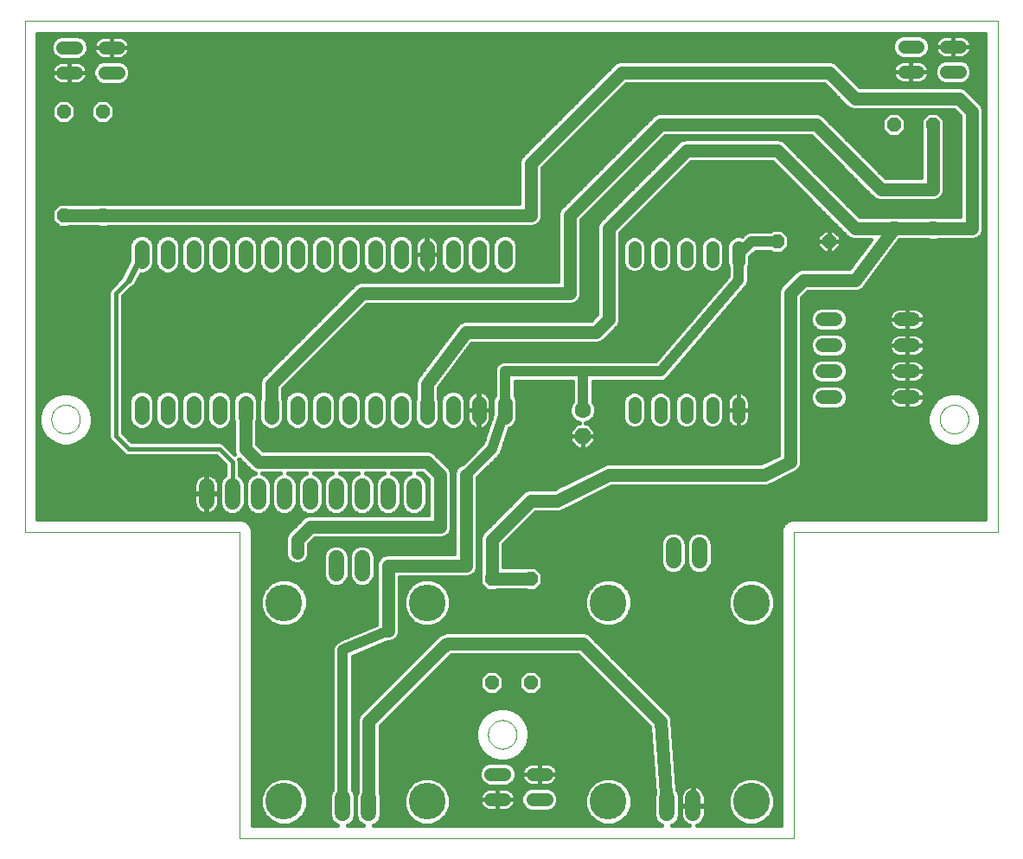
<source format=gtl>
G75*
G70*
%OFA0B0*%
%FSLAX24Y24*%
%IPPOS*%
%LPD*%
%AMOC8*
5,1,8,0,0,1.08239X$1,22.5*
%
%ADD10C,0.0030*%
%ADD11C,0.0000*%
%ADD12OC8,0.0520*%
%ADD13OC8,0.0630*%
%ADD14C,0.0630*%
%ADD15C,0.0600*%
%ADD16C,0.0520*%
%ADD17C,0.0554*%
%ADD18C,0.0515*%
%ADD19C,0.1417*%
%ADD20C,0.0160*%
%ADD21C,0.0500*%
%ADD22C,0.0400*%
%ADD23C,0.0436*%
%ADD24C,0.0240*%
D10*
X008448Y000300D02*
X029826Y000300D01*
X029826Y012111D01*
X037700Y012111D01*
X037700Y031796D01*
X000180Y031796D01*
X000180Y012111D01*
X008448Y012111D01*
X008448Y000300D01*
D11*
X018035Y004296D02*
X018037Y004343D01*
X018043Y004389D01*
X018053Y004435D01*
X018066Y004480D01*
X018084Y004523D01*
X018105Y004565D01*
X018129Y004605D01*
X018157Y004642D01*
X018188Y004677D01*
X018222Y004710D01*
X018258Y004739D01*
X018297Y004765D01*
X018338Y004788D01*
X018381Y004807D01*
X018425Y004823D01*
X018470Y004835D01*
X018516Y004843D01*
X018563Y004847D01*
X018609Y004847D01*
X018656Y004843D01*
X018702Y004835D01*
X018747Y004823D01*
X018791Y004807D01*
X018834Y004788D01*
X018875Y004765D01*
X018914Y004739D01*
X018950Y004710D01*
X018984Y004677D01*
X019015Y004642D01*
X019043Y004605D01*
X019067Y004565D01*
X019088Y004523D01*
X019106Y004480D01*
X019119Y004435D01*
X019129Y004389D01*
X019135Y004343D01*
X019137Y004296D01*
X019135Y004249D01*
X019129Y004203D01*
X019119Y004157D01*
X019106Y004112D01*
X019088Y004069D01*
X019067Y004027D01*
X019043Y003987D01*
X019015Y003950D01*
X018984Y003915D01*
X018950Y003882D01*
X018914Y003853D01*
X018875Y003827D01*
X018834Y003804D01*
X018791Y003785D01*
X018747Y003769D01*
X018702Y003757D01*
X018656Y003749D01*
X018609Y003745D01*
X018563Y003745D01*
X018516Y003749D01*
X018470Y003757D01*
X018425Y003769D01*
X018381Y003785D01*
X018338Y003804D01*
X018297Y003827D01*
X018258Y003853D01*
X018222Y003882D01*
X018188Y003915D01*
X018157Y003950D01*
X018129Y003987D01*
X018105Y004027D01*
X018084Y004069D01*
X018066Y004112D01*
X018053Y004157D01*
X018043Y004203D01*
X018037Y004249D01*
X018035Y004296D01*
X001204Y016442D02*
X001206Y016489D01*
X001212Y016535D01*
X001222Y016581D01*
X001235Y016626D01*
X001253Y016669D01*
X001274Y016711D01*
X001298Y016751D01*
X001326Y016788D01*
X001357Y016823D01*
X001391Y016856D01*
X001427Y016885D01*
X001466Y016911D01*
X001507Y016934D01*
X001550Y016953D01*
X001594Y016969D01*
X001639Y016981D01*
X001685Y016989D01*
X001732Y016993D01*
X001778Y016993D01*
X001825Y016989D01*
X001871Y016981D01*
X001916Y016969D01*
X001960Y016953D01*
X002003Y016934D01*
X002044Y016911D01*
X002083Y016885D01*
X002119Y016856D01*
X002153Y016823D01*
X002184Y016788D01*
X002212Y016751D01*
X002236Y016711D01*
X002257Y016669D01*
X002275Y016626D01*
X002288Y016581D01*
X002298Y016535D01*
X002304Y016489D01*
X002306Y016442D01*
X002304Y016395D01*
X002298Y016349D01*
X002288Y016303D01*
X002275Y016258D01*
X002257Y016215D01*
X002236Y016173D01*
X002212Y016133D01*
X002184Y016096D01*
X002153Y016061D01*
X002119Y016028D01*
X002083Y015999D01*
X002044Y015973D01*
X002003Y015950D01*
X001960Y015931D01*
X001916Y015915D01*
X001871Y015903D01*
X001825Y015895D01*
X001778Y015891D01*
X001732Y015891D01*
X001685Y015895D01*
X001639Y015903D01*
X001594Y015915D01*
X001550Y015931D01*
X001507Y015950D01*
X001466Y015973D01*
X001427Y015999D01*
X001391Y016028D01*
X001357Y016061D01*
X001326Y016096D01*
X001298Y016133D01*
X001274Y016173D01*
X001253Y016215D01*
X001235Y016258D01*
X001222Y016303D01*
X001212Y016349D01*
X001206Y016395D01*
X001204Y016442D01*
X035456Y016442D02*
X035458Y016489D01*
X035464Y016535D01*
X035474Y016581D01*
X035487Y016626D01*
X035505Y016669D01*
X035526Y016711D01*
X035550Y016751D01*
X035578Y016788D01*
X035609Y016823D01*
X035643Y016856D01*
X035679Y016885D01*
X035718Y016911D01*
X035759Y016934D01*
X035802Y016953D01*
X035846Y016969D01*
X035891Y016981D01*
X035937Y016989D01*
X035984Y016993D01*
X036030Y016993D01*
X036077Y016989D01*
X036123Y016981D01*
X036168Y016969D01*
X036212Y016953D01*
X036255Y016934D01*
X036296Y016911D01*
X036335Y016885D01*
X036371Y016856D01*
X036405Y016823D01*
X036436Y016788D01*
X036464Y016751D01*
X036488Y016711D01*
X036509Y016669D01*
X036527Y016626D01*
X036540Y016581D01*
X036550Y016535D01*
X036556Y016489D01*
X036558Y016442D01*
X036556Y016395D01*
X036550Y016349D01*
X036540Y016303D01*
X036527Y016258D01*
X036509Y016215D01*
X036488Y016173D01*
X036464Y016133D01*
X036436Y016096D01*
X036405Y016061D01*
X036371Y016028D01*
X036335Y015999D01*
X036296Y015973D01*
X036255Y015950D01*
X036212Y015931D01*
X036168Y015915D01*
X036123Y015903D01*
X036077Y015895D01*
X036030Y015891D01*
X035984Y015891D01*
X035937Y015895D01*
X035891Y015903D01*
X035846Y015915D01*
X035802Y015931D01*
X035759Y015950D01*
X035718Y015973D01*
X035679Y015999D01*
X035643Y016028D01*
X035609Y016061D01*
X035578Y016096D01*
X035550Y016133D01*
X035526Y016173D01*
X035505Y016215D01*
X035487Y016258D01*
X035474Y016303D01*
X035464Y016349D01*
X035458Y016395D01*
X035456Y016442D01*
D12*
X031180Y023300D03*
X029180Y023300D03*
X033680Y023800D03*
X035180Y023800D03*
X035180Y027800D03*
X033680Y027800D03*
X019680Y010300D03*
X018180Y010300D03*
X018180Y006300D03*
X019680Y006300D03*
X003180Y024300D03*
X001680Y024300D03*
X001680Y028300D03*
X003180Y028300D03*
D13*
X021680Y015800D03*
D14*
X021680Y016800D03*
D15*
X025180Y011600D02*
X025180Y011000D01*
X026180Y011000D02*
X026180Y011600D01*
X015180Y013268D02*
X015180Y013868D01*
X014180Y013868D02*
X014180Y013268D01*
X013180Y013268D02*
X013180Y013868D01*
X012180Y013868D02*
X012180Y013268D01*
X011180Y013268D02*
X011180Y013868D01*
X010180Y013868D02*
X010180Y013268D01*
X009180Y013268D02*
X009180Y013868D01*
X008180Y013868D02*
X008180Y013268D01*
X007180Y013268D02*
X007180Y013868D01*
X012180Y011100D02*
X012180Y010500D01*
X013180Y010500D02*
X013180Y011100D01*
X013430Y001850D02*
X013430Y001250D01*
X012430Y001250D02*
X012430Y001850D01*
X024930Y001850D02*
X024930Y001250D01*
X025930Y001250D02*
X025930Y001850D01*
D16*
X030920Y017300D02*
X031440Y017300D01*
X031440Y018300D02*
X030920Y018300D01*
X030920Y019300D02*
X031440Y019300D01*
X031440Y020300D02*
X030920Y020300D01*
X033920Y020300D02*
X034440Y020300D01*
X034440Y019300D02*
X033920Y019300D01*
X033920Y018300D02*
X034440Y018300D01*
X034440Y017300D02*
X033920Y017300D01*
D17*
X018680Y017077D02*
X018680Y016523D01*
X017680Y016523D02*
X017680Y017077D01*
X016680Y017077D02*
X016680Y016523D01*
X015680Y016523D02*
X015680Y017077D01*
X014680Y017077D02*
X014680Y016523D01*
X013680Y016523D02*
X013680Y017077D01*
X012680Y017077D02*
X012680Y016523D01*
X011680Y016523D02*
X011680Y017077D01*
X010680Y017077D02*
X010680Y016523D01*
X009680Y016523D02*
X009680Y017077D01*
X008680Y017077D02*
X008680Y016523D01*
X007680Y016523D02*
X007680Y017077D01*
X006680Y017077D02*
X006680Y016523D01*
X005680Y016523D02*
X005680Y017077D01*
X004680Y017077D02*
X004680Y016523D01*
X004680Y022523D02*
X004680Y023077D01*
X005680Y023077D02*
X005680Y022523D01*
X006680Y022523D02*
X006680Y023077D01*
X007680Y023077D02*
X007680Y022523D01*
X008680Y022523D02*
X008680Y023077D01*
X009680Y023077D02*
X009680Y022523D01*
X010680Y022523D02*
X010680Y023077D01*
X011680Y023077D02*
X011680Y022523D01*
X012680Y022523D02*
X012680Y023077D01*
X013680Y023077D02*
X013680Y022523D01*
X014680Y022523D02*
X014680Y023077D01*
X015680Y023077D02*
X015680Y022523D01*
X016680Y022523D02*
X016680Y023077D01*
X017680Y023077D02*
X017680Y022523D01*
X018680Y022523D02*
X018680Y023077D01*
D18*
X023680Y023057D02*
X023680Y022543D01*
X024680Y022543D02*
X024680Y023057D01*
X025680Y023057D02*
X025680Y022543D01*
X026680Y022543D02*
X026680Y023057D01*
X027680Y023057D02*
X027680Y022543D01*
X027680Y017057D02*
X027680Y016543D01*
X026680Y016543D02*
X026680Y017057D01*
X025680Y017057D02*
X025680Y016543D01*
X024680Y016543D02*
X024680Y017057D01*
X023680Y017057D02*
X023680Y016543D01*
X034079Y029831D02*
X034594Y029831D01*
X034594Y030800D02*
X034079Y030800D01*
X035704Y030800D02*
X036219Y030800D01*
X036219Y029831D02*
X035704Y029831D01*
X020281Y002769D02*
X019766Y002769D01*
X019766Y001800D02*
X020281Y001800D01*
X018656Y001800D02*
X018141Y001800D01*
X018141Y002769D02*
X018656Y002769D01*
X003781Y029800D02*
X003266Y029800D01*
X003266Y030769D02*
X003781Y030769D01*
X002156Y030769D02*
X001641Y030769D01*
X001641Y029800D02*
X002156Y029800D01*
D19*
X010174Y009379D03*
X015686Y009379D03*
X022674Y009379D03*
X028186Y009379D03*
X028186Y001721D03*
X022674Y001721D03*
X015686Y001721D03*
X010174Y001721D03*
D20*
X009265Y001727D02*
X008943Y001727D01*
X008943Y001885D02*
X009265Y001885D01*
X009265Y001902D02*
X009265Y001541D01*
X009404Y001207D01*
X009659Y000951D01*
X009993Y000813D01*
X010355Y000813D01*
X010689Y000951D01*
X010944Y001207D01*
X011083Y001541D01*
X011083Y001902D01*
X010944Y002236D01*
X010689Y002492D01*
X010355Y002630D01*
X009993Y002630D01*
X009659Y002492D01*
X009404Y002236D01*
X009265Y001902D01*
X009324Y002044D02*
X008943Y002044D01*
X008943Y002202D02*
X009390Y002202D01*
X009528Y002361D02*
X008943Y002361D01*
X008943Y002519D02*
X009726Y002519D01*
X008943Y002678D02*
X012030Y002678D01*
X012030Y002836D02*
X008943Y002836D01*
X008943Y002995D02*
X012030Y002995D01*
X012030Y003153D02*
X008943Y003153D01*
X008943Y003312D02*
X012030Y003312D01*
X012030Y003470D02*
X008943Y003470D01*
X008943Y003629D02*
X012030Y003629D01*
X012030Y003787D02*
X008943Y003787D01*
X008943Y003946D02*
X012030Y003946D01*
X012030Y004104D02*
X008943Y004104D01*
X008943Y004263D02*
X012030Y004263D01*
X012030Y004421D02*
X008943Y004421D01*
X008943Y004580D02*
X012030Y004580D01*
X012030Y004738D02*
X008943Y004738D01*
X008943Y004897D02*
X012030Y004897D01*
X012030Y005055D02*
X008943Y005055D01*
X008943Y005214D02*
X012030Y005214D01*
X012030Y005372D02*
X008943Y005372D01*
X008943Y005531D02*
X012030Y005531D01*
X012030Y005689D02*
X008943Y005689D01*
X008943Y005848D02*
X012030Y005848D01*
X012030Y006006D02*
X008943Y006006D01*
X008943Y006165D02*
X012030Y006165D01*
X012030Y006323D02*
X008943Y006323D01*
X008943Y006482D02*
X012030Y006482D01*
X012030Y006640D02*
X008943Y006640D01*
X008943Y006799D02*
X012030Y006799D01*
X012030Y006957D02*
X008943Y006957D01*
X008943Y007116D02*
X012030Y007116D01*
X012030Y007274D02*
X008943Y007274D01*
X008943Y007433D02*
X012030Y007433D01*
X012030Y007548D02*
X012030Y002157D01*
X012006Y002133D01*
X011930Y001949D01*
X011930Y001151D01*
X012006Y000967D01*
X012147Y000826D01*
X012222Y000795D01*
X008943Y000795D01*
X008943Y012209D01*
X008867Y012391D01*
X008728Y012531D01*
X008546Y012606D01*
X000675Y012606D01*
X000675Y031301D01*
X037205Y031301D01*
X037205Y012606D01*
X029727Y012606D01*
X029545Y012531D01*
X029406Y012391D01*
X029331Y012209D01*
X029331Y000795D01*
X026083Y000795D01*
X026114Y000805D01*
X026182Y000839D01*
X026243Y000884D01*
X026296Y000937D01*
X026341Y000998D01*
X026375Y001066D01*
X026398Y001138D01*
X026410Y001212D01*
X026410Y001530D01*
X025950Y001530D01*
X025950Y001570D01*
X026410Y001570D01*
X026410Y001888D01*
X026398Y001962D01*
X026375Y002034D01*
X026341Y002102D01*
X026296Y002163D01*
X026243Y002216D01*
X026182Y002261D01*
X026114Y002295D01*
X026042Y002318D01*
X025968Y002330D01*
X025950Y002330D01*
X025950Y001570D01*
X025910Y001570D01*
X025910Y002330D01*
X025892Y002330D01*
X025818Y002318D01*
X025746Y002295D01*
X025678Y002261D01*
X025617Y002216D01*
X025564Y002163D01*
X025519Y002102D01*
X025485Y002034D01*
X025462Y001962D01*
X025450Y001888D01*
X025450Y001570D01*
X025910Y001570D01*
X025910Y001530D01*
X025450Y001530D01*
X025450Y001212D01*
X025462Y001138D01*
X025485Y001066D01*
X025519Y000998D01*
X025564Y000937D01*
X025617Y000884D01*
X025678Y000839D01*
X025746Y000805D01*
X025777Y000795D01*
X025138Y000795D01*
X025213Y000826D01*
X025354Y000967D01*
X025430Y001151D01*
X025430Y001949D01*
X025354Y002133D01*
X025335Y002152D01*
X025130Y004817D01*
X025130Y004890D01*
X025123Y004906D01*
X025122Y004924D01*
X025089Y004988D01*
X025061Y005055D01*
X029331Y005055D01*
X029331Y004897D02*
X025127Y004897D01*
X025136Y004738D02*
X029331Y004738D01*
X029331Y004580D02*
X025148Y004580D01*
X025160Y004421D02*
X029331Y004421D01*
X029331Y004263D02*
X025173Y004263D01*
X025185Y004104D02*
X029331Y004104D01*
X029331Y003946D02*
X025197Y003946D01*
X025209Y003787D02*
X029331Y003787D01*
X029331Y003629D02*
X025221Y003629D01*
X025234Y003470D02*
X029331Y003470D01*
X029331Y003312D02*
X025246Y003312D01*
X025258Y003153D02*
X029331Y003153D01*
X029331Y002995D02*
X025270Y002995D01*
X025282Y002836D02*
X029331Y002836D01*
X029331Y002678D02*
X025295Y002678D01*
X025307Y002519D02*
X027737Y002519D01*
X027671Y002492D02*
X027416Y002236D01*
X027277Y001902D01*
X027277Y001541D01*
X027416Y001207D01*
X027671Y000951D01*
X028005Y000813D01*
X028367Y000813D01*
X028701Y000951D01*
X028956Y001207D01*
X029095Y001541D01*
X029095Y001902D01*
X028956Y002236D01*
X028701Y002492D01*
X028367Y002630D01*
X028005Y002630D01*
X027671Y002492D01*
X027540Y002361D02*
X025319Y002361D01*
X025331Y002202D02*
X025603Y002202D01*
X025490Y002044D02*
X025391Y002044D01*
X025430Y001885D02*
X025450Y001885D01*
X025450Y001727D02*
X025430Y001727D01*
X025430Y001568D02*
X025910Y001568D01*
X025950Y001568D02*
X027277Y001568D01*
X027277Y001727D02*
X026410Y001727D01*
X026410Y001885D02*
X027277Y001885D01*
X027336Y002044D02*
X026370Y002044D01*
X026257Y002202D02*
X027402Y002202D01*
X027332Y001410D02*
X026410Y001410D01*
X026410Y001251D02*
X027397Y001251D01*
X027530Y001093D02*
X026384Y001093D01*
X026293Y000934D02*
X027712Y000934D01*
X028660Y000934D02*
X029331Y000934D01*
X029331Y001093D02*
X028842Y001093D01*
X028975Y001251D02*
X029331Y001251D01*
X029331Y001410D02*
X029040Y001410D01*
X029095Y001568D02*
X029331Y001568D01*
X029331Y001727D02*
X029095Y001727D01*
X029095Y001885D02*
X029331Y001885D01*
X029331Y002044D02*
X029036Y002044D01*
X028970Y002202D02*
X029331Y002202D01*
X029331Y002361D02*
X028832Y002361D01*
X028634Y002519D02*
X029331Y002519D01*
X029331Y005214D02*
X024903Y005214D01*
X024986Y005130D02*
X021935Y008181D01*
X021770Y008250D01*
X016425Y008250D01*
X016115Y008122D01*
X016060Y008066D01*
X016060Y008066D01*
X013049Y005055D01*
X012830Y005055D01*
X012830Y004897D02*
X012983Y004897D01*
X012980Y004890D02*
X012980Y002070D01*
X012930Y001949D01*
X012854Y002133D01*
X012830Y002157D01*
X012830Y007286D01*
X014145Y007850D01*
X014270Y007850D01*
X014435Y007919D01*
X014561Y008045D01*
X014630Y008210D01*
X014630Y010350D01*
X017270Y010350D01*
X017435Y010419D01*
X017561Y010545D01*
X017630Y010710D01*
X017630Y014184D01*
X018417Y014971D01*
X018430Y014978D01*
X018473Y015027D01*
X018519Y015073D01*
X018525Y015087D01*
X018534Y015098D01*
X018555Y015160D01*
X018580Y015220D01*
X018580Y015235D01*
X018862Y016082D01*
X018950Y016118D01*
X019085Y016253D01*
X019157Y016428D01*
X019157Y017172D01*
X019085Y017347D01*
X019080Y017352D01*
X019080Y017900D01*
X021280Y017900D01*
X021280Y017128D01*
X021243Y017092D01*
X021165Y016902D01*
X021165Y016698D01*
X021243Y016508D01*
X021388Y016363D01*
X021553Y016295D01*
X021475Y016295D01*
X021185Y016005D01*
X021185Y015800D01*
X021680Y015800D01*
X022175Y015800D01*
X022175Y016005D01*
X021885Y016295D01*
X021807Y016295D01*
X021972Y016363D01*
X022117Y016508D01*
X022195Y016698D01*
X022195Y016902D01*
X022117Y017092D01*
X022080Y017128D01*
X022080Y017900D01*
X024616Y017900D01*
X024631Y017895D01*
X024695Y017900D01*
X024760Y017900D01*
X024774Y017906D01*
X024790Y017907D01*
X024847Y017936D01*
X024907Y017961D01*
X024918Y017972D01*
X024932Y017979D01*
X024974Y018028D01*
X025019Y018073D01*
X025025Y018088D01*
X027974Y021528D01*
X028019Y021573D01*
X028025Y021588D01*
X028035Y021600D01*
X028055Y021661D01*
X028080Y021720D01*
X028080Y021736D01*
X028085Y021751D01*
X028080Y021815D01*
X028080Y022313D01*
X028137Y022452D01*
X028137Y022692D01*
X028346Y022900D01*
X028929Y022900D01*
X028989Y022840D01*
X029371Y022840D01*
X029640Y023109D01*
X029640Y023491D01*
X029371Y023760D01*
X028989Y023760D01*
X028929Y023700D01*
X028100Y023700D01*
X027953Y023639D01*
X027841Y023527D01*
X027812Y023498D01*
X027771Y023515D01*
X027589Y023515D01*
X027421Y023445D01*
X027292Y023317D01*
X027223Y023148D01*
X027223Y022452D01*
X027280Y022313D01*
X027280Y021948D01*
X024496Y018700D01*
X018600Y018700D01*
X018453Y018639D01*
X018341Y018527D01*
X018280Y018380D01*
X018280Y017352D01*
X018275Y017347D01*
X018203Y017172D01*
X018203Y016633D01*
X017830Y015516D01*
X009130Y015516D01*
X009130Y015486D02*
X009130Y016362D01*
X009157Y016428D01*
X009157Y017172D01*
X009085Y017347D01*
X008950Y017482D01*
X008775Y017554D01*
X008585Y017554D01*
X008410Y017482D01*
X008275Y017347D01*
X008203Y017172D01*
X008203Y016428D01*
X008230Y016362D01*
X008230Y015210D01*
X008276Y015100D01*
X007839Y015537D01*
X007736Y015580D01*
X004296Y015580D01*
X003960Y015916D01*
X003960Y021184D01*
X004268Y021492D01*
X004342Y021517D01*
X004438Y021600D01*
X004661Y022046D01*
X004775Y022046D01*
X004950Y022118D01*
X005085Y022253D01*
X005157Y022428D01*
X005157Y023172D01*
X005085Y023347D01*
X004950Y023482D01*
X004775Y023554D01*
X004585Y023554D01*
X004410Y023482D01*
X004275Y023347D01*
X004203Y023172D01*
X004203Y022561D01*
X003865Y021886D01*
X003865Y021881D01*
X003521Y021537D01*
X003443Y021459D01*
X003400Y021356D01*
X003400Y015744D01*
X003443Y015641D01*
X003943Y015141D01*
X004021Y015063D01*
X004124Y015020D01*
X007564Y015020D01*
X007900Y014684D01*
X007900Y014293D01*
X007897Y014292D01*
X007756Y014151D01*
X007680Y013967D01*
X007680Y013168D01*
X007756Y012984D01*
X007897Y012844D01*
X008081Y012768D01*
X008279Y012768D01*
X008463Y012844D01*
X008604Y012984D01*
X008680Y013168D01*
X008756Y012984D01*
X008897Y012844D01*
X009081Y012768D01*
X009279Y012768D01*
X009463Y012844D01*
X009604Y012984D01*
X009680Y013168D01*
X009756Y012984D01*
X009897Y012844D01*
X010081Y012768D01*
X010279Y012768D01*
X010463Y012844D01*
X010604Y012984D01*
X010680Y013168D01*
X010756Y012984D01*
X010897Y012844D01*
X011081Y012768D01*
X011279Y012768D01*
X011463Y012844D01*
X011604Y012984D01*
X011680Y013168D01*
X011756Y012984D01*
X011897Y012844D01*
X012081Y012768D01*
X012279Y012768D01*
X012463Y012844D01*
X012604Y012984D01*
X012680Y013168D01*
X012756Y012984D01*
X012897Y012844D01*
X013081Y012768D01*
X013279Y012768D01*
X013463Y012844D01*
X013604Y012984D01*
X013680Y013168D01*
X013756Y012984D01*
X013897Y012844D01*
X014081Y012768D01*
X014279Y012768D01*
X014463Y012844D01*
X014604Y012984D01*
X014680Y013168D01*
X014756Y012984D01*
X014897Y012844D01*
X015081Y012768D01*
X015279Y012768D01*
X015463Y012844D01*
X015604Y012984D01*
X015680Y013168D01*
X015680Y013967D01*
X015604Y014151D01*
X015463Y014292D01*
X015322Y014350D01*
X015494Y014350D01*
X015730Y014114D01*
X015730Y012750D01*
X011090Y012750D01*
X010925Y012681D01*
X010425Y012181D01*
X010299Y012055D01*
X010230Y011890D01*
X010230Y011210D01*
X010299Y011045D01*
X010425Y010919D01*
X010590Y010850D01*
X010770Y010850D01*
X010935Y010919D01*
X011061Y011045D01*
X011130Y011210D01*
X011130Y011614D01*
X011366Y011850D01*
X016270Y011850D01*
X016435Y011919D01*
X016561Y012045D01*
X016630Y012210D01*
X016630Y014390D01*
X016561Y014555D01*
X016435Y014681D01*
X015935Y015181D01*
X015770Y015250D01*
X009366Y015250D01*
X009130Y015486D01*
X009259Y015358D02*
X017672Y015358D01*
X017830Y015516D02*
X017046Y014731D01*
X016925Y014681D01*
X016799Y014555D01*
X016730Y014390D01*
X016730Y011250D01*
X014090Y011250D01*
X013925Y011181D01*
X013799Y011055D01*
X013730Y010890D01*
X013730Y008542D01*
X012275Y007919D01*
X012203Y007889D01*
X012202Y007887D01*
X012199Y007886D01*
X012145Y007831D01*
X012091Y007777D01*
X012090Y007774D01*
X012088Y007772D01*
X012060Y007701D01*
X012030Y007630D01*
X012030Y007627D01*
X012029Y007625D01*
X012030Y007548D01*
X012029Y007591D02*
X008943Y007591D01*
X008943Y007750D02*
X012079Y007750D01*
X012249Y007908D02*
X008943Y007908D01*
X008943Y008067D02*
X012620Y008067D01*
X012990Y008225D02*
X008943Y008225D01*
X008943Y008384D02*
X013359Y008384D01*
X013729Y008542D02*
X010529Y008542D01*
X010689Y008608D02*
X010355Y008470D01*
X009993Y008470D01*
X009659Y008608D01*
X009404Y008864D01*
X009265Y009198D01*
X009265Y009559D01*
X009404Y009893D01*
X009659Y010149D01*
X009993Y010287D01*
X010355Y010287D01*
X010689Y010149D01*
X010944Y009893D01*
X011083Y009559D01*
X011083Y009198D01*
X010944Y008864D01*
X010689Y008608D01*
X010781Y008701D02*
X013730Y008701D01*
X013730Y008859D02*
X010939Y008859D01*
X011008Y009018D02*
X013730Y009018D01*
X013730Y009176D02*
X011074Y009176D01*
X011083Y009335D02*
X013730Y009335D01*
X013730Y009493D02*
X011083Y009493D01*
X011045Y009652D02*
X013730Y009652D01*
X013730Y009810D02*
X010979Y009810D01*
X010869Y009969D02*
X013730Y009969D01*
X013730Y010127D02*
X013514Y010127D01*
X013463Y010076D02*
X013604Y010217D01*
X013680Y010401D01*
X013680Y011199D01*
X013604Y011383D01*
X013463Y011524D01*
X013279Y011600D01*
X013081Y011600D01*
X012897Y011524D01*
X012756Y011383D01*
X012680Y011199D01*
X012680Y010401D01*
X012756Y010217D01*
X012897Y010076D01*
X013081Y010000D01*
X013279Y010000D01*
X013463Y010076D01*
X013632Y010286D02*
X013730Y010286D01*
X013730Y010444D02*
X013680Y010444D01*
X013680Y010603D02*
X013730Y010603D01*
X013730Y010761D02*
X013680Y010761D01*
X013680Y010920D02*
X013742Y010920D01*
X013680Y011078D02*
X013822Y011078D01*
X013665Y011237D02*
X014058Y011237D01*
X013592Y011395D02*
X016730Y011395D01*
X016730Y011554D02*
X013392Y011554D01*
X012968Y011554D02*
X012392Y011554D01*
X012463Y011524D02*
X012279Y011600D01*
X012081Y011600D01*
X011897Y011524D01*
X011756Y011383D01*
X011680Y011199D01*
X011680Y010401D01*
X011756Y010217D01*
X011897Y010076D01*
X012081Y010000D01*
X012279Y010000D01*
X012463Y010076D01*
X012604Y010217D01*
X012680Y010401D01*
X012680Y011199D01*
X012604Y011383D01*
X012463Y011524D01*
X012592Y011395D02*
X012768Y011395D01*
X012695Y011237D02*
X012665Y011237D01*
X012680Y011078D02*
X012680Y011078D01*
X012680Y010920D02*
X012680Y010920D01*
X012680Y010761D02*
X012680Y010761D01*
X012680Y010603D02*
X012680Y010603D01*
X012680Y010444D02*
X012680Y010444D01*
X012632Y010286D02*
X012728Y010286D01*
X012846Y010127D02*
X012514Y010127D01*
X011846Y010127D02*
X010711Y010127D01*
X010359Y010286D02*
X011728Y010286D01*
X011680Y010444D02*
X008943Y010444D01*
X008943Y010286D02*
X009989Y010286D01*
X009637Y010127D02*
X008943Y010127D01*
X008943Y009969D02*
X009479Y009969D01*
X009369Y009810D02*
X008943Y009810D01*
X008943Y009652D02*
X009304Y009652D01*
X009265Y009493D02*
X008943Y009493D01*
X008943Y009335D02*
X009265Y009335D01*
X009275Y009176D02*
X008943Y009176D01*
X008943Y009018D02*
X009340Y009018D01*
X009409Y008859D02*
X008943Y008859D01*
X008943Y008701D02*
X009567Y008701D01*
X009820Y008542D02*
X008943Y008542D01*
X008943Y010603D02*
X011680Y010603D01*
X011680Y010761D02*
X008943Y010761D01*
X008943Y010920D02*
X010424Y010920D01*
X010285Y011078D02*
X008943Y011078D01*
X008943Y011237D02*
X010230Y011237D01*
X010230Y011395D02*
X008943Y011395D01*
X008943Y011554D02*
X010230Y011554D01*
X010230Y011712D02*
X008943Y011712D01*
X008943Y011871D02*
X010230Y011871D01*
X010288Y012029D02*
X008943Y012029D01*
X008943Y012188D02*
X010431Y012188D01*
X010590Y012346D02*
X008886Y012346D01*
X008754Y012505D02*
X010748Y012505D01*
X010907Y012663D02*
X000675Y012663D01*
X000675Y012822D02*
X007000Y012822D01*
X006996Y012823D02*
X007068Y012800D01*
X007142Y012788D01*
X007160Y012788D01*
X007160Y013548D01*
X006700Y013548D01*
X006700Y013230D01*
X006712Y013155D01*
X006735Y013083D01*
X006769Y013016D01*
X006814Y012955D01*
X006867Y012902D01*
X006928Y012857D01*
X006996Y012823D01*
X007160Y012822D02*
X007200Y012822D01*
X007200Y012788D02*
X007218Y012788D01*
X007292Y012800D01*
X007364Y012823D01*
X007432Y012857D01*
X007493Y012902D01*
X007546Y012955D01*
X007591Y013016D01*
X007625Y013083D01*
X007648Y013155D01*
X007660Y013230D01*
X007660Y013548D01*
X007200Y013548D01*
X007200Y013588D01*
X007160Y013588D01*
X007160Y014348D01*
X007142Y014348D01*
X007068Y014336D01*
X006996Y014313D01*
X006928Y014278D01*
X006867Y014234D01*
X006814Y014180D01*
X006769Y014119D01*
X006735Y014052D01*
X006712Y013980D01*
X006700Y013905D01*
X006700Y013588D01*
X007160Y013588D01*
X007160Y013548D01*
X007200Y013548D01*
X007200Y012788D01*
X007360Y012822D02*
X007951Y012822D01*
X007761Y012980D02*
X007564Y012980D01*
X007643Y013139D02*
X007692Y013139D01*
X007680Y013297D02*
X007660Y013297D01*
X007660Y013456D02*
X007680Y013456D01*
X007660Y013588D02*
X007660Y013905D01*
X007648Y013980D01*
X007625Y014052D01*
X007591Y014119D01*
X007546Y014180D01*
X007493Y014234D01*
X007432Y014278D01*
X007364Y014313D01*
X007292Y014336D01*
X007218Y014348D01*
X007200Y014348D01*
X007200Y013588D01*
X007660Y013588D01*
X007660Y013614D02*
X007680Y013614D01*
X007680Y013773D02*
X007660Y013773D01*
X007656Y013931D02*
X007680Y013931D01*
X007731Y014090D02*
X007606Y014090D01*
X007473Y014248D02*
X007853Y014248D01*
X007900Y014407D02*
X000675Y014407D01*
X000675Y014565D02*
X007900Y014565D01*
X007860Y014724D02*
X000675Y014724D01*
X000675Y014882D02*
X007702Y014882D01*
X007680Y015300D02*
X008180Y014800D01*
X008180Y013568D01*
X008680Y013614D02*
X008680Y013614D01*
X008680Y013456D02*
X008680Y013456D01*
X008680Y013297D02*
X008680Y013297D01*
X008680Y013168D02*
X008680Y013967D01*
X008756Y014151D01*
X008897Y014292D01*
X009064Y014361D01*
X008925Y014419D01*
X008799Y014545D01*
X008440Y014903D01*
X008460Y014856D01*
X008460Y014293D01*
X008463Y014292D01*
X008604Y014151D01*
X008680Y013967D01*
X008680Y013168D01*
X008668Y013139D02*
X008692Y013139D01*
X008761Y012980D02*
X008599Y012980D01*
X008409Y012822D02*
X008951Y012822D01*
X009409Y012822D02*
X009951Y012822D01*
X009761Y012980D02*
X009599Y012980D01*
X009668Y013139D02*
X009692Y013139D01*
X009680Y013168D02*
X009680Y013967D01*
X009756Y014151D01*
X009897Y014292D01*
X010038Y014350D01*
X009322Y014350D01*
X009463Y014292D01*
X009604Y014151D01*
X009680Y013967D01*
X009680Y013168D01*
X009680Y013297D02*
X009680Y013297D01*
X009680Y013456D02*
X009680Y013456D01*
X009680Y013614D02*
X009680Y013614D01*
X009680Y013773D02*
X009680Y013773D01*
X009680Y013931D02*
X009680Y013931D01*
X009629Y014090D02*
X009731Y014090D01*
X009853Y014248D02*
X009507Y014248D01*
X008954Y014407D02*
X008460Y014407D01*
X008460Y014565D02*
X008779Y014565D01*
X008620Y014724D02*
X008460Y014724D01*
X008449Y014882D02*
X008462Y014882D01*
X008235Y015199D02*
X008177Y015199D01*
X008230Y015358D02*
X008018Y015358D01*
X007860Y015516D02*
X008230Y015516D01*
X008230Y015675D02*
X004201Y015675D01*
X004043Y015833D02*
X008230Y015833D01*
X008230Y015992D02*
X003960Y015992D01*
X003960Y016150D02*
X004378Y016150D01*
X004410Y016118D02*
X004585Y016046D01*
X004775Y016046D01*
X004950Y016118D01*
X005085Y016253D01*
X005157Y016428D01*
X005157Y017172D01*
X005085Y017347D01*
X004950Y017482D01*
X004775Y017554D01*
X004585Y017554D01*
X004410Y017482D01*
X004275Y017347D01*
X004203Y017172D01*
X004203Y016428D01*
X004275Y016253D01*
X004410Y016118D01*
X004252Y016309D02*
X003960Y016309D01*
X003960Y016467D02*
X004203Y016467D01*
X004203Y016626D02*
X003960Y016626D01*
X003960Y016784D02*
X004203Y016784D01*
X004203Y016943D02*
X003960Y016943D01*
X003960Y017101D02*
X004203Y017101D01*
X004239Y017260D02*
X003960Y017260D01*
X003960Y017418D02*
X004346Y017418D01*
X003960Y017577D02*
X009230Y017577D01*
X009230Y017735D02*
X003960Y017735D01*
X003960Y017894D02*
X009232Y017894D01*
X009230Y017890D02*
X009230Y017238D01*
X009203Y017172D01*
X009203Y016428D01*
X009275Y016253D01*
X009410Y016118D01*
X009585Y016046D01*
X009775Y016046D01*
X009950Y016118D01*
X010085Y016253D01*
X010157Y016428D01*
X010157Y017172D01*
X010130Y017238D01*
X010130Y017614D01*
X013366Y020850D01*
X021270Y020850D01*
X021435Y020919D01*
X021561Y021045D01*
X021630Y021210D01*
X021630Y024114D01*
X024866Y027350D01*
X030494Y027350D01*
X032799Y025045D01*
X032925Y024919D01*
X033090Y024850D01*
X035270Y024850D01*
X035435Y024919D01*
X035561Y025045D01*
X035630Y025210D01*
X035630Y027599D01*
X035640Y027609D01*
X035640Y027991D01*
X035371Y028260D01*
X034989Y028260D01*
X034720Y027991D01*
X034720Y027609D01*
X034730Y027599D01*
X034730Y025750D01*
X033366Y025750D01*
X030935Y028181D01*
X030770Y028250D01*
X024590Y028250D01*
X024425Y028181D01*
X024299Y028055D01*
X020799Y024555D01*
X020730Y024390D01*
X020730Y021750D01*
X013090Y021750D01*
X012925Y021681D01*
X012799Y021555D01*
X009299Y018055D01*
X009230Y017890D01*
X009297Y018052D02*
X003960Y018052D01*
X003960Y018211D02*
X009454Y018211D01*
X009613Y018369D02*
X003960Y018369D01*
X003960Y018528D02*
X009771Y018528D01*
X009930Y018686D02*
X003960Y018686D01*
X003960Y018845D02*
X010088Y018845D01*
X010247Y019003D02*
X003960Y019003D01*
X003960Y019162D02*
X010405Y019162D01*
X010564Y019320D02*
X003960Y019320D01*
X003960Y019479D02*
X010722Y019479D01*
X010881Y019637D02*
X003960Y019637D01*
X003960Y019796D02*
X011039Y019796D01*
X011198Y019954D02*
X003960Y019954D01*
X003960Y020113D02*
X011356Y020113D01*
X011515Y020271D02*
X003960Y020271D01*
X003960Y020430D02*
X011673Y020430D01*
X011832Y020588D02*
X003960Y020588D01*
X003960Y020747D02*
X011990Y020747D01*
X012149Y020905D02*
X003960Y020905D01*
X003960Y021064D02*
X012307Y021064D01*
X012466Y021222D02*
X003998Y021222D01*
X004157Y021381D02*
X012624Y021381D01*
X012783Y021539D02*
X004368Y021539D01*
X004487Y021698D02*
X012964Y021698D01*
X012775Y022046D02*
X012950Y022118D01*
X013085Y022253D01*
X013157Y022428D01*
X013157Y023172D01*
X013085Y023347D01*
X012950Y023482D01*
X012775Y023554D01*
X012585Y023554D01*
X012410Y023482D01*
X012275Y023347D01*
X012203Y023172D01*
X012203Y022428D01*
X012275Y022253D01*
X012410Y022118D01*
X012585Y022046D01*
X012775Y022046D01*
X013005Y022173D02*
X013355Y022173D01*
X013410Y022118D02*
X013585Y022046D01*
X013775Y022046D01*
X013950Y022118D01*
X014085Y022253D01*
X014157Y022428D01*
X014157Y023172D01*
X014085Y023347D01*
X013950Y023482D01*
X013775Y023554D01*
X013585Y023554D01*
X013410Y023482D01*
X013275Y023347D01*
X013203Y023172D01*
X013203Y022428D01*
X013275Y022253D01*
X013410Y022118D01*
X013243Y022332D02*
X013117Y022332D01*
X013157Y022490D02*
X013203Y022490D01*
X013203Y022649D02*
X013157Y022649D01*
X013157Y022807D02*
X013203Y022807D01*
X013203Y022966D02*
X013157Y022966D01*
X013157Y023124D02*
X013203Y023124D01*
X013249Y023283D02*
X013111Y023283D01*
X012991Y023441D02*
X013369Y023441D01*
X013991Y023441D02*
X014369Y023441D01*
X014410Y023482D02*
X014275Y023347D01*
X014203Y023172D01*
X014203Y022428D01*
X014275Y022253D01*
X014410Y022118D01*
X014585Y022046D01*
X014775Y022046D01*
X014950Y022118D01*
X015085Y022253D01*
X015157Y022428D01*
X015157Y023172D01*
X015085Y023347D01*
X014950Y023482D01*
X014775Y023554D01*
X014585Y023554D01*
X014410Y023482D01*
X014249Y023283D02*
X014111Y023283D01*
X014157Y023124D02*
X014203Y023124D01*
X014203Y022966D02*
X014157Y022966D01*
X014157Y022807D02*
X014203Y022807D01*
X014203Y022649D02*
X014157Y022649D01*
X014157Y022490D02*
X014203Y022490D01*
X014243Y022332D02*
X014117Y022332D01*
X014005Y022173D02*
X014355Y022173D01*
X015005Y022173D02*
X015384Y022173D01*
X015382Y022174D02*
X015440Y022132D01*
X015505Y022099D01*
X015573Y022077D01*
X015644Y022066D01*
X015671Y022066D01*
X015671Y022791D01*
X015223Y022791D01*
X015223Y022487D01*
X015234Y022416D01*
X015256Y022347D01*
X015289Y022283D01*
X015331Y022225D01*
X015382Y022174D01*
X015264Y022332D02*
X015117Y022332D01*
X015157Y022490D02*
X015223Y022490D01*
X015223Y022649D02*
X015157Y022649D01*
X015157Y022807D02*
X015671Y022807D01*
X015671Y022809D02*
X015671Y022791D01*
X015689Y022791D01*
X015689Y022809D01*
X015671Y022809D01*
X015671Y023534D01*
X015644Y023534D01*
X015573Y023523D01*
X015505Y023501D01*
X015440Y023468D01*
X015382Y023426D01*
X015331Y023375D01*
X015289Y023317D01*
X015256Y023253D01*
X015234Y023184D01*
X015223Y023113D01*
X015223Y022809D01*
X015671Y022809D01*
X015689Y022809D02*
X015689Y023534D01*
X015716Y023534D01*
X015787Y023523D01*
X015855Y023501D01*
X015920Y023468D01*
X015978Y023426D01*
X016029Y023375D01*
X016071Y023317D01*
X016104Y023253D01*
X016126Y023184D01*
X016137Y023113D01*
X016137Y022809D01*
X015689Y022809D01*
X015689Y022807D02*
X016203Y022807D01*
X016137Y022791D02*
X015689Y022791D01*
X015689Y022066D01*
X015716Y022066D01*
X015787Y022077D01*
X015855Y022099D01*
X015920Y022132D01*
X015978Y022174D01*
X016029Y022225D01*
X016071Y022283D01*
X016104Y022347D01*
X016126Y022416D01*
X016137Y022487D01*
X016137Y022791D01*
X016137Y022649D02*
X016203Y022649D01*
X016203Y022490D02*
X016137Y022490D01*
X016203Y022428D02*
X016275Y022253D01*
X016410Y022118D01*
X016585Y022046D01*
X016775Y022046D01*
X016950Y022118D01*
X017085Y022253D01*
X017157Y022428D01*
X017157Y023172D01*
X017085Y023347D01*
X016950Y023482D01*
X016775Y023554D01*
X016585Y023554D01*
X016410Y023482D01*
X016275Y023347D01*
X016203Y023172D01*
X016203Y022428D01*
X016243Y022332D02*
X016096Y022332D01*
X015976Y022173D02*
X016355Y022173D01*
X017005Y022173D02*
X017355Y022173D01*
X017410Y022118D02*
X017585Y022046D01*
X017775Y022046D01*
X017950Y022118D01*
X018085Y022253D01*
X018157Y022428D01*
X018157Y023172D01*
X018085Y023347D01*
X017950Y023482D01*
X017775Y023554D01*
X017585Y023554D01*
X017410Y023482D01*
X017275Y023347D01*
X017203Y023172D01*
X017203Y022428D01*
X017275Y022253D01*
X017410Y022118D01*
X017243Y022332D02*
X017117Y022332D01*
X017157Y022490D02*
X017203Y022490D01*
X017203Y022649D02*
X017157Y022649D01*
X017157Y022807D02*
X017203Y022807D01*
X017203Y022966D02*
X017157Y022966D01*
X017157Y023124D02*
X017203Y023124D01*
X017249Y023283D02*
X017111Y023283D01*
X016991Y023441D02*
X017369Y023441D01*
X017991Y023441D02*
X018369Y023441D01*
X018410Y023482D02*
X018275Y023347D01*
X018203Y023172D01*
X018203Y022428D01*
X018275Y022253D01*
X018410Y022118D01*
X018585Y022046D01*
X018775Y022046D01*
X018950Y022118D01*
X019085Y022253D01*
X019157Y022428D01*
X019157Y023172D01*
X019085Y023347D01*
X018950Y023482D01*
X018775Y023554D01*
X018585Y023554D01*
X018410Y023482D01*
X018249Y023283D02*
X018111Y023283D01*
X018157Y023124D02*
X018203Y023124D01*
X018203Y022966D02*
X018157Y022966D01*
X018157Y022807D02*
X018203Y022807D01*
X018203Y022649D02*
X018157Y022649D01*
X018157Y022490D02*
X018203Y022490D01*
X018243Y022332D02*
X018117Y022332D01*
X018005Y022173D02*
X018355Y022173D01*
X019005Y022173D02*
X020730Y022173D01*
X020730Y022015D02*
X004645Y022015D01*
X004566Y021856D02*
X020730Y021856D01*
X020730Y022332D02*
X019117Y022332D01*
X019157Y022490D02*
X020730Y022490D01*
X020730Y022649D02*
X019157Y022649D01*
X019157Y022807D02*
X020730Y022807D01*
X020730Y022966D02*
X019157Y022966D01*
X019157Y023124D02*
X020730Y023124D01*
X020730Y023283D02*
X019111Y023283D01*
X018991Y023441D02*
X020730Y023441D01*
X020730Y023600D02*
X000675Y023600D01*
X000675Y023758D02*
X020730Y023758D01*
X020730Y023917D02*
X019930Y023917D01*
X019935Y023919D02*
X020061Y024045D01*
X020130Y024210D01*
X020130Y026114D01*
X023366Y029350D01*
X030994Y029350D01*
X031799Y028545D01*
X031925Y028419D01*
X032090Y028350D01*
X035994Y028350D01*
X036230Y028114D01*
X036230Y024250D01*
X035381Y024250D01*
X035371Y024260D01*
X034989Y024260D01*
X034979Y024250D01*
X033881Y024250D01*
X033871Y024260D01*
X033489Y024260D01*
X033479Y024250D01*
X032366Y024250D01*
X029561Y027055D01*
X029435Y027181D01*
X029270Y027250D01*
X025590Y027250D01*
X025425Y027181D01*
X022425Y024181D01*
X022299Y024055D01*
X022230Y023890D01*
X022230Y020486D01*
X021994Y020250D01*
X017237Y020250D01*
X017205Y020258D01*
X017148Y020250D01*
X017090Y020250D01*
X017060Y020237D01*
X017028Y020233D01*
X016978Y020204D01*
X016925Y020181D01*
X016902Y020158D01*
X016874Y020142D01*
X016839Y020096D01*
X016799Y020055D01*
X016786Y020025D01*
X015339Y018096D01*
X015299Y018055D01*
X015286Y018025D01*
X015266Y017998D01*
X015252Y017943D01*
X015230Y017890D01*
X015230Y017857D01*
X015222Y017825D01*
X015230Y017768D01*
X015230Y017238D01*
X015203Y017172D01*
X015203Y016428D01*
X015275Y016253D01*
X015410Y016118D01*
X015585Y016046D01*
X015775Y016046D01*
X015950Y016118D01*
X016085Y016253D01*
X016157Y016428D01*
X016157Y017172D01*
X016130Y017238D01*
X016130Y017650D01*
X017405Y019350D01*
X022270Y019350D01*
X022435Y019419D01*
X022561Y019545D01*
X023061Y020045D01*
X023130Y020210D01*
X023130Y023614D01*
X025866Y026350D01*
X028994Y026350D01*
X031799Y023545D01*
X031925Y023419D01*
X032090Y023350D01*
X032780Y023350D01*
X031955Y022250D01*
X030090Y022250D01*
X029925Y022181D01*
X029799Y022055D01*
X029299Y021555D01*
X029230Y021390D01*
X029230Y015078D01*
X028574Y014750D01*
X022753Y014750D01*
X022737Y014755D01*
X022664Y014750D01*
X022590Y014750D01*
X022575Y014744D01*
X022559Y014743D01*
X022493Y014710D01*
X022425Y014681D01*
X022413Y014670D01*
X020574Y013750D01*
X019590Y013750D01*
X019425Y013681D01*
X019299Y013555D01*
X017799Y012055D01*
X017730Y011890D01*
X017730Y010501D01*
X017720Y010491D01*
X017720Y010109D01*
X017989Y009840D01*
X018371Y009840D01*
X018381Y009850D01*
X019479Y009850D01*
X019489Y009840D01*
X019871Y009840D01*
X020140Y010109D01*
X020140Y010491D01*
X019871Y010760D01*
X019489Y010760D01*
X019479Y010750D01*
X018630Y010750D01*
X018630Y011614D01*
X019866Y012850D01*
X020607Y012850D01*
X020623Y012845D01*
X020696Y012850D01*
X020770Y012850D01*
X020785Y012856D01*
X020801Y012857D01*
X020867Y012890D01*
X020935Y012919D01*
X020947Y012930D01*
X022786Y013850D01*
X028607Y013850D01*
X028623Y013845D01*
X028696Y013850D01*
X028770Y013850D01*
X028785Y013856D01*
X028801Y013857D01*
X028867Y013890D01*
X028935Y013919D01*
X028947Y013930D01*
X029867Y014390D01*
X029935Y014419D01*
X029947Y014430D01*
X029961Y014438D01*
X030009Y014493D01*
X030061Y014545D01*
X030068Y014560D01*
X030079Y014573D01*
X030102Y014643D01*
X030130Y014710D01*
X030130Y014727D01*
X030135Y014743D01*
X030130Y014816D01*
X030130Y021114D01*
X030366Y021350D01*
X032123Y021350D01*
X032155Y021342D01*
X032212Y021350D01*
X032270Y021350D01*
X032300Y021363D01*
X032332Y021367D01*
X032382Y021396D01*
X032435Y021419D01*
X032458Y021442D01*
X032486Y021458D01*
X032521Y021504D01*
X032561Y021545D01*
X032574Y021575D01*
X033905Y023350D01*
X034979Y023350D01*
X034989Y023340D01*
X035371Y023340D01*
X035381Y023350D01*
X036770Y023350D01*
X036935Y023419D01*
X037061Y023545D01*
X037130Y023710D01*
X037130Y028390D01*
X037061Y028555D01*
X036935Y028681D01*
X036435Y029181D01*
X036270Y029250D01*
X032366Y029250D01*
X031435Y030181D01*
X031270Y030250D01*
X023090Y030250D01*
X022925Y030181D01*
X022799Y030055D01*
X019299Y026555D01*
X019230Y026390D01*
X019230Y024750D01*
X003381Y024750D01*
X003371Y024760D01*
X002989Y024760D01*
X002979Y024750D01*
X001881Y024750D01*
X001871Y024760D01*
X001489Y024760D01*
X001220Y024491D01*
X001220Y024109D01*
X001489Y023840D01*
X001871Y023840D01*
X001881Y023850D01*
X002979Y023850D01*
X002989Y023840D01*
X003371Y023840D01*
X003381Y023850D01*
X019770Y023850D01*
X019935Y023919D01*
X020074Y024075D02*
X020730Y024075D01*
X020730Y024234D02*
X020130Y024234D01*
X020130Y024392D02*
X020731Y024392D01*
X020797Y024551D02*
X020130Y024551D01*
X020130Y024709D02*
X020953Y024709D01*
X021111Y024868D02*
X020130Y024868D01*
X020130Y025026D02*
X021270Y025026D01*
X021428Y025185D02*
X020130Y025185D01*
X020130Y025343D02*
X021587Y025343D01*
X021745Y025502D02*
X020130Y025502D01*
X020130Y025660D02*
X021904Y025660D01*
X022062Y025819D02*
X020130Y025819D01*
X020130Y025977D02*
X022221Y025977D01*
X022379Y026136D02*
X020152Y026136D01*
X020310Y026294D02*
X022538Y026294D01*
X022696Y026453D02*
X020469Y026453D01*
X020627Y026611D02*
X022855Y026611D01*
X023013Y026770D02*
X020786Y026770D01*
X020944Y026928D02*
X023172Y026928D01*
X023330Y027087D02*
X021103Y027087D01*
X021261Y027245D02*
X023489Y027245D01*
X023647Y027404D02*
X021420Y027404D01*
X021578Y027562D02*
X023806Y027562D01*
X023964Y027721D02*
X021737Y027721D01*
X021895Y027879D02*
X024123Y027879D01*
X024281Y028038D02*
X022054Y028038D01*
X022212Y028196D02*
X024460Y028196D01*
X024761Y027245D02*
X025579Y027245D01*
X025330Y027087D02*
X024603Y027087D01*
X024444Y026928D02*
X025172Y026928D01*
X025013Y026770D02*
X024286Y026770D01*
X024127Y026611D02*
X024855Y026611D01*
X024696Y026453D02*
X023969Y026453D01*
X023810Y026294D02*
X024538Y026294D01*
X024379Y026136D02*
X023652Y026136D01*
X023493Y025977D02*
X024221Y025977D01*
X024062Y025819D02*
X023335Y025819D01*
X023176Y025660D02*
X023904Y025660D01*
X023745Y025502D02*
X023018Y025502D01*
X022859Y025343D02*
X023587Y025343D01*
X023428Y025185D02*
X022701Y025185D01*
X022542Y025026D02*
X023270Y025026D01*
X023111Y024868D02*
X022384Y024868D01*
X022225Y024709D02*
X022953Y024709D01*
X022794Y024551D02*
X022067Y024551D01*
X021908Y024392D02*
X022636Y024392D01*
X022477Y024234D02*
X021750Y024234D01*
X021630Y024075D02*
X022319Y024075D01*
X022425Y024181D02*
X022425Y024181D01*
X022241Y023917D02*
X021630Y023917D01*
X021630Y023758D02*
X022230Y023758D01*
X022230Y023600D02*
X021630Y023600D01*
X021630Y023441D02*
X022230Y023441D01*
X022230Y023283D02*
X021630Y023283D01*
X021630Y023124D02*
X022230Y023124D01*
X022230Y022966D02*
X021630Y022966D01*
X021630Y022807D02*
X022230Y022807D01*
X022230Y022649D02*
X021630Y022649D01*
X021630Y022490D02*
X022230Y022490D01*
X022230Y022332D02*
X021630Y022332D01*
X021630Y022173D02*
X022230Y022173D01*
X022230Y022015D02*
X021630Y022015D01*
X021630Y021856D02*
X022230Y021856D01*
X022230Y021698D02*
X021630Y021698D01*
X021630Y021539D02*
X022230Y021539D01*
X022230Y021381D02*
X021630Y021381D01*
X021630Y021222D02*
X022230Y021222D01*
X022230Y021064D02*
X021569Y021064D01*
X021402Y020905D02*
X022230Y020905D01*
X022230Y020747D02*
X013263Y020747D01*
X013104Y020588D02*
X022230Y020588D01*
X022173Y020430D02*
X012946Y020430D01*
X012787Y020271D02*
X022015Y020271D01*
X022653Y019637D02*
X025299Y019637D01*
X025163Y019479D02*
X022495Y019479D01*
X022812Y019796D02*
X025435Y019796D01*
X025571Y019954D02*
X022970Y019954D01*
X023089Y020113D02*
X025707Y020113D01*
X025843Y020271D02*
X023130Y020271D01*
X023130Y020430D02*
X025978Y020430D01*
X026114Y020588D02*
X023130Y020588D01*
X023130Y020747D02*
X026250Y020747D01*
X026386Y020905D02*
X023130Y020905D01*
X023130Y021064D02*
X026522Y021064D01*
X026658Y021222D02*
X023130Y021222D01*
X023130Y021381D02*
X026794Y021381D01*
X026929Y021539D02*
X023130Y021539D01*
X023130Y021698D02*
X027065Y021698D01*
X027201Y021856D02*
X023130Y021856D01*
X023130Y022015D02*
X027280Y022015D01*
X027280Y022173D02*
X026957Y022173D01*
X026939Y022155D02*
X027068Y022283D01*
X027137Y022452D01*
X027137Y023148D01*
X027068Y023317D01*
X026939Y023445D01*
X026771Y023515D01*
X026589Y023515D01*
X026421Y023445D01*
X026292Y023317D01*
X026223Y023148D01*
X026223Y022452D01*
X026292Y022283D01*
X026421Y022155D01*
X026589Y022085D01*
X026771Y022085D01*
X026939Y022155D01*
X027088Y022332D02*
X027272Y022332D01*
X027223Y022490D02*
X027137Y022490D01*
X027137Y022649D02*
X027223Y022649D01*
X027223Y022807D02*
X027137Y022807D01*
X027137Y022966D02*
X027223Y022966D01*
X027223Y023124D02*
X027137Y023124D01*
X027082Y023283D02*
X027278Y023283D01*
X027417Y023441D02*
X026943Y023441D01*
X026417Y023441D02*
X025943Y023441D01*
X025939Y023445D02*
X025771Y023515D01*
X025589Y023515D01*
X025421Y023445D01*
X025292Y023317D01*
X025223Y023148D01*
X025223Y022452D01*
X025292Y022283D01*
X025421Y022155D01*
X025589Y022085D01*
X025771Y022085D01*
X025939Y022155D01*
X026068Y022283D01*
X026137Y022452D01*
X026137Y023148D01*
X026068Y023317D01*
X025939Y023445D01*
X026082Y023283D02*
X026278Y023283D01*
X026223Y023124D02*
X026137Y023124D01*
X026137Y022966D02*
X026223Y022966D01*
X026223Y022807D02*
X026137Y022807D01*
X026137Y022649D02*
X026223Y022649D01*
X026223Y022490D02*
X026137Y022490D01*
X026088Y022332D02*
X026272Y022332D01*
X026403Y022173D02*
X025957Y022173D01*
X025403Y022173D02*
X024957Y022173D01*
X024939Y022155D02*
X025068Y022283D01*
X025137Y022452D01*
X025137Y023148D01*
X025068Y023317D01*
X024939Y023445D01*
X024771Y023515D01*
X024589Y023515D01*
X024421Y023445D01*
X024292Y023317D01*
X024223Y023148D01*
X024223Y022452D01*
X024292Y022283D01*
X024421Y022155D01*
X024589Y022085D01*
X024771Y022085D01*
X024939Y022155D01*
X025088Y022332D02*
X025272Y022332D01*
X025223Y022490D02*
X025137Y022490D01*
X025137Y022649D02*
X025223Y022649D01*
X025223Y022807D02*
X025137Y022807D01*
X025137Y022966D02*
X025223Y022966D01*
X025223Y023124D02*
X025137Y023124D01*
X025082Y023283D02*
X025278Y023283D01*
X025417Y023441D02*
X024943Y023441D01*
X024417Y023441D02*
X023943Y023441D01*
X023939Y023445D02*
X023771Y023515D01*
X023589Y023515D01*
X023421Y023445D01*
X023292Y023317D01*
X023223Y023148D01*
X023223Y022452D01*
X023292Y022283D01*
X023421Y022155D01*
X023589Y022085D01*
X023771Y022085D01*
X023939Y022155D01*
X024068Y022283D01*
X024137Y022452D01*
X024137Y023148D01*
X024068Y023317D01*
X023939Y023445D01*
X024082Y023283D02*
X024278Y023283D01*
X024223Y023124D02*
X024137Y023124D01*
X024137Y022966D02*
X024223Y022966D01*
X024223Y022807D02*
X024137Y022807D01*
X024137Y022649D02*
X024223Y022649D01*
X024223Y022490D02*
X024137Y022490D01*
X024088Y022332D02*
X024272Y022332D01*
X024403Y022173D02*
X023957Y022173D01*
X023403Y022173D02*
X023130Y022173D01*
X023130Y022332D02*
X023272Y022332D01*
X023223Y022490D02*
X023130Y022490D01*
X023130Y022649D02*
X023223Y022649D01*
X023223Y022807D02*
X023130Y022807D01*
X023130Y022966D02*
X023223Y022966D01*
X023223Y023124D02*
X023130Y023124D01*
X023130Y023283D02*
X023278Y023283D01*
X023417Y023441D02*
X023130Y023441D01*
X023130Y023600D02*
X027914Y023600D01*
X028253Y022807D02*
X032373Y022807D01*
X032492Y022966D02*
X031468Y022966D01*
X031362Y022860D02*
X031620Y023118D01*
X031620Y023300D01*
X031620Y023482D01*
X031362Y023740D01*
X031180Y023740D01*
X031180Y023300D01*
X031620Y023300D01*
X031180Y023300D01*
X031180Y023300D01*
X031180Y023300D01*
X031180Y022860D01*
X031362Y022860D01*
X031180Y022860D02*
X031180Y023300D01*
X031180Y023300D01*
X031180Y023300D01*
X030740Y023300D01*
X030740Y023482D01*
X030998Y023740D01*
X031180Y023740D01*
X031180Y023300D01*
X030740Y023300D01*
X030740Y023118D01*
X030998Y022860D01*
X031180Y022860D01*
X031180Y022966D02*
X031180Y022966D01*
X031180Y023124D02*
X031180Y023124D01*
X031180Y023283D02*
X031180Y023283D01*
X031180Y023441D02*
X031180Y023441D01*
X031180Y023600D02*
X031180Y023600D01*
X031503Y023600D02*
X031744Y023600D01*
X031799Y023545D02*
X031799Y023545D01*
X031903Y023441D02*
X031620Y023441D01*
X031620Y023283D02*
X032729Y023283D01*
X032611Y023124D02*
X031620Y023124D01*
X031586Y023758D02*
X029373Y023758D01*
X029531Y023600D02*
X030857Y023600D01*
X030740Y023441D02*
X029640Y023441D01*
X029640Y023283D02*
X030740Y023283D01*
X030740Y023124D02*
X029640Y023124D01*
X029496Y022966D02*
X030892Y022966D01*
X029917Y022173D02*
X028080Y022173D01*
X028080Y022015D02*
X029758Y022015D01*
X029600Y021856D02*
X028080Y021856D01*
X028071Y021698D02*
X029441Y021698D01*
X029292Y021539D02*
X027985Y021539D01*
X027847Y021381D02*
X029230Y021381D01*
X029230Y021222D02*
X027711Y021222D01*
X027576Y021064D02*
X029230Y021064D01*
X029230Y020905D02*
X027440Y020905D01*
X027304Y020747D02*
X029230Y020747D01*
X029230Y020588D02*
X027168Y020588D01*
X027032Y020430D02*
X029230Y020430D01*
X029230Y020271D02*
X026896Y020271D01*
X026760Y020113D02*
X029230Y020113D01*
X029230Y019954D02*
X026625Y019954D01*
X026489Y019796D02*
X029230Y019796D01*
X029230Y019637D02*
X026353Y019637D01*
X026217Y019479D02*
X029230Y019479D01*
X029230Y019320D02*
X026081Y019320D01*
X025945Y019162D02*
X029230Y019162D01*
X029230Y019003D02*
X025809Y019003D01*
X025674Y018845D02*
X029230Y018845D01*
X029230Y018686D02*
X025538Y018686D01*
X025402Y018528D02*
X029230Y018528D01*
X029230Y018369D02*
X025266Y018369D01*
X025130Y018211D02*
X029230Y018211D01*
X029230Y018052D02*
X024998Y018052D01*
X024771Y017515D02*
X024589Y017515D01*
X024421Y017445D01*
X024292Y017317D01*
X024223Y017148D01*
X024223Y016452D01*
X024292Y016283D01*
X024421Y016155D01*
X024589Y016085D01*
X024771Y016085D01*
X024939Y016155D01*
X025068Y016283D01*
X025137Y016452D01*
X025137Y017148D01*
X025068Y017317D01*
X024939Y017445D01*
X024771Y017515D01*
X024966Y017418D02*
X025394Y017418D01*
X025421Y017445D02*
X025292Y017317D01*
X025223Y017148D01*
X025223Y016452D01*
X025292Y016283D01*
X025421Y016155D01*
X025589Y016085D01*
X025771Y016085D01*
X025939Y016155D01*
X026068Y016283D01*
X026137Y016452D01*
X026137Y017148D01*
X026068Y017317D01*
X025939Y017445D01*
X025771Y017515D01*
X025589Y017515D01*
X025421Y017445D01*
X025269Y017260D02*
X025091Y017260D01*
X025137Y017101D02*
X025223Y017101D01*
X025223Y016943D02*
X025137Y016943D01*
X025137Y016784D02*
X025223Y016784D01*
X025223Y016626D02*
X025137Y016626D01*
X025137Y016467D02*
X025223Y016467D01*
X025282Y016309D02*
X025078Y016309D01*
X024928Y016150D02*
X025432Y016150D01*
X025928Y016150D02*
X026432Y016150D01*
X026421Y016155D02*
X026589Y016085D01*
X026771Y016085D01*
X026939Y016155D01*
X027068Y016283D01*
X027137Y016452D01*
X027137Y017148D01*
X027068Y017317D01*
X026939Y017445D01*
X026771Y017515D01*
X026589Y017515D01*
X026421Y017445D01*
X026292Y017317D01*
X026223Y017148D01*
X026223Y016452D01*
X026292Y016283D01*
X026421Y016155D01*
X026282Y016309D02*
X026078Y016309D01*
X026137Y016467D02*
X026223Y016467D01*
X026223Y016626D02*
X026137Y016626D01*
X026137Y016784D02*
X026223Y016784D01*
X026223Y016943D02*
X026137Y016943D01*
X026137Y017101D02*
X026223Y017101D01*
X026269Y017260D02*
X026091Y017260D01*
X025966Y017418D02*
X026394Y017418D01*
X026966Y017418D02*
X027432Y017418D01*
X027451Y017432D02*
X027395Y017391D01*
X027346Y017342D01*
X027306Y017287D01*
X027275Y017225D01*
X027253Y017160D01*
X027243Y017092D01*
X027243Y016800D01*
X027243Y016508D01*
X027253Y016440D01*
X027275Y016375D01*
X027306Y016313D01*
X027346Y016258D01*
X027395Y016209D01*
X027451Y016168D01*
X027512Y016137D01*
X027578Y016116D01*
X027646Y016105D01*
X027680Y016105D01*
X027680Y016800D01*
X027680Y016800D01*
X027680Y017495D01*
X027646Y017495D01*
X027578Y017484D01*
X027512Y017463D01*
X027451Y017432D01*
X027680Y017418D02*
X027680Y017418D01*
X027680Y017495D02*
X027680Y016800D01*
X028117Y016800D01*
X028117Y017092D01*
X028107Y017160D01*
X028085Y017225D01*
X028054Y017287D01*
X028014Y017342D01*
X027965Y017391D01*
X027909Y017432D01*
X027848Y017463D01*
X027782Y017484D01*
X027714Y017495D01*
X027680Y017495D01*
X027680Y017260D02*
X027680Y017260D01*
X027680Y017101D02*
X027680Y017101D01*
X027680Y016943D02*
X027680Y016943D01*
X027680Y016800D02*
X027680Y016800D01*
X027680Y016800D01*
X027243Y016800D01*
X027680Y016800D01*
X028117Y016800D01*
X028117Y016508D01*
X028107Y016440D01*
X028085Y016375D01*
X028054Y016313D01*
X028014Y016258D01*
X027965Y016209D01*
X027909Y016168D01*
X027848Y016137D01*
X027782Y016116D01*
X027714Y016105D01*
X027680Y016105D01*
X027680Y016800D01*
X027680Y016800D01*
X027680Y016784D02*
X027680Y016784D01*
X027680Y016626D02*
X027680Y016626D01*
X027680Y016467D02*
X027680Y016467D01*
X027680Y016309D02*
X027680Y016309D01*
X027680Y016150D02*
X027680Y016150D01*
X027873Y016150D02*
X029230Y016150D01*
X029230Y015992D02*
X022175Y015992D01*
X022175Y015833D02*
X029230Y015833D01*
X029230Y015675D02*
X022175Y015675D01*
X022175Y015595D02*
X022175Y015800D01*
X021680Y015800D01*
X021680Y015800D01*
X021680Y015305D01*
X021885Y015305D01*
X022175Y015595D01*
X022096Y015516D02*
X029230Y015516D01*
X029230Y015358D02*
X021938Y015358D01*
X021680Y015358D02*
X021680Y015358D01*
X021680Y015305D02*
X021475Y015305D01*
X021185Y015595D01*
X021185Y015800D01*
X021680Y015800D01*
X021680Y015800D01*
X021680Y015800D01*
X021680Y015305D01*
X021680Y015516D02*
X021680Y015516D01*
X021680Y015675D02*
X021680Y015675D01*
X021422Y015358D02*
X018621Y015358D01*
X018674Y015516D02*
X021264Y015516D01*
X021185Y015675D02*
X018726Y015675D01*
X018779Y015833D02*
X021185Y015833D01*
X021185Y015992D02*
X018832Y015992D01*
X018982Y016150D02*
X021330Y016150D01*
X021521Y016309D02*
X019108Y016309D01*
X019157Y016467D02*
X021285Y016467D01*
X021195Y016626D02*
X019157Y016626D01*
X019157Y016784D02*
X021165Y016784D01*
X021182Y016943D02*
X019157Y016943D01*
X019157Y017101D02*
X021253Y017101D01*
X021280Y017260D02*
X019121Y017260D01*
X019080Y017418D02*
X021280Y017418D01*
X021280Y017577D02*
X019080Y017577D01*
X019080Y017735D02*
X021280Y017735D01*
X021280Y017894D02*
X019080Y017894D01*
X018280Y017894D02*
X016313Y017894D01*
X016432Y018052D02*
X018280Y018052D01*
X018280Y018211D02*
X016550Y018211D01*
X016669Y018369D02*
X018280Y018369D01*
X018342Y018528D02*
X016788Y018528D01*
X016907Y018686D02*
X018567Y018686D01*
X018280Y017735D02*
X016194Y017735D01*
X016130Y017577D02*
X018280Y017577D01*
X018280Y017418D02*
X017986Y017418D01*
X017978Y017426D02*
X017920Y017468D01*
X017855Y017501D01*
X017787Y017523D01*
X017716Y017534D01*
X017689Y017534D01*
X017689Y016809D01*
X017671Y016809D01*
X017671Y017534D01*
X017644Y017534D01*
X017573Y017523D01*
X017505Y017501D01*
X017440Y017468D01*
X017382Y017426D01*
X017331Y017375D01*
X017289Y017317D01*
X017256Y017253D01*
X017234Y017184D01*
X017223Y017113D01*
X017223Y016809D01*
X017671Y016809D01*
X017671Y016791D01*
X017223Y016791D01*
X017223Y016487D01*
X017234Y016416D01*
X017256Y016347D01*
X017289Y016283D01*
X017331Y016225D01*
X017382Y016174D01*
X017440Y016132D01*
X017505Y016099D01*
X017573Y016077D01*
X017644Y016066D01*
X017671Y016066D01*
X017671Y016791D01*
X017689Y016791D01*
X017689Y016809D01*
X018137Y016809D01*
X018137Y017113D01*
X018126Y017184D01*
X018104Y017253D01*
X018071Y017317D01*
X018029Y017375D01*
X017978Y017426D01*
X018100Y017260D02*
X018239Y017260D01*
X018203Y017101D02*
X018137Y017101D01*
X018137Y016943D02*
X018203Y016943D01*
X018203Y016784D02*
X018137Y016784D01*
X018137Y016791D02*
X017689Y016791D01*
X017689Y016066D01*
X017716Y016066D01*
X017787Y016077D01*
X017855Y016099D01*
X017920Y016132D01*
X017978Y016174D01*
X018029Y016225D01*
X018071Y016283D01*
X018104Y016347D01*
X018126Y016416D01*
X018137Y016487D01*
X018137Y016791D01*
X018137Y016626D02*
X018200Y016626D01*
X018147Y016467D02*
X018134Y016467D01*
X018095Y016309D02*
X018084Y016309D01*
X018042Y016150D02*
X017945Y016150D01*
X017989Y015992D02*
X009130Y015992D01*
X009130Y016150D02*
X009378Y016150D01*
X009252Y016309D02*
X009130Y016309D01*
X009157Y016467D02*
X009203Y016467D01*
X009203Y016626D02*
X009157Y016626D01*
X009157Y016784D02*
X009203Y016784D01*
X009203Y016943D02*
X009157Y016943D01*
X009157Y017101D02*
X009203Y017101D01*
X009230Y017260D02*
X009121Y017260D01*
X009014Y017418D02*
X009230Y017418D01*
X008346Y017418D02*
X008014Y017418D01*
X007950Y017482D02*
X008085Y017347D01*
X008157Y017172D01*
X008157Y016428D01*
X008085Y016253D01*
X007950Y016118D01*
X007775Y016046D01*
X007585Y016046D01*
X007410Y016118D01*
X007275Y016253D01*
X007203Y016428D01*
X007203Y017172D01*
X007275Y017347D01*
X007410Y017482D01*
X007585Y017554D01*
X007775Y017554D01*
X007950Y017482D01*
X008121Y017260D02*
X008239Y017260D01*
X008203Y017101D02*
X008157Y017101D01*
X008157Y016943D02*
X008203Y016943D01*
X008203Y016784D02*
X008157Y016784D01*
X008157Y016626D02*
X008203Y016626D01*
X008203Y016467D02*
X008157Y016467D01*
X008108Y016309D02*
X008230Y016309D01*
X008230Y016150D02*
X007982Y016150D01*
X007378Y016150D02*
X006982Y016150D01*
X006950Y016118D02*
X007085Y016253D01*
X007157Y016428D01*
X007157Y017172D01*
X007085Y017347D01*
X006950Y017482D01*
X006775Y017554D01*
X006585Y017554D01*
X006410Y017482D01*
X006275Y017347D01*
X006203Y017172D01*
X006203Y016428D01*
X006275Y016253D01*
X006410Y016118D01*
X006585Y016046D01*
X006775Y016046D01*
X006950Y016118D01*
X007108Y016309D02*
X007252Y016309D01*
X007203Y016467D02*
X007157Y016467D01*
X007157Y016626D02*
X007203Y016626D01*
X007203Y016784D02*
X007157Y016784D01*
X007157Y016943D02*
X007203Y016943D01*
X007203Y017101D02*
X007157Y017101D01*
X007121Y017260D02*
X007239Y017260D01*
X007346Y017418D02*
X007014Y017418D01*
X006346Y017418D02*
X006014Y017418D01*
X005950Y017482D02*
X005775Y017554D01*
X005585Y017554D01*
X005410Y017482D01*
X005275Y017347D01*
X005203Y017172D01*
X005203Y016428D01*
X005275Y016253D01*
X005410Y016118D01*
X005585Y016046D01*
X005775Y016046D01*
X005950Y016118D01*
X006085Y016253D01*
X006157Y016428D01*
X006157Y017172D01*
X006085Y017347D01*
X005950Y017482D01*
X006121Y017260D02*
X006239Y017260D01*
X006203Y017101D02*
X006157Y017101D01*
X006157Y016943D02*
X006203Y016943D01*
X006203Y016784D02*
X006157Y016784D01*
X006157Y016626D02*
X006203Y016626D01*
X006203Y016467D02*
X006157Y016467D01*
X006108Y016309D02*
X006252Y016309D01*
X006378Y016150D02*
X005982Y016150D01*
X005378Y016150D02*
X004982Y016150D01*
X005108Y016309D02*
X005252Y016309D01*
X005203Y016467D02*
X005157Y016467D01*
X005157Y016626D02*
X005203Y016626D01*
X005203Y016784D02*
X005157Y016784D01*
X005157Y016943D02*
X005203Y016943D01*
X005203Y017101D02*
X005157Y017101D01*
X005121Y017260D02*
X005239Y017260D01*
X005346Y017418D02*
X005014Y017418D01*
X003400Y017418D02*
X002095Y017418D01*
X002153Y017403D02*
X001891Y017473D01*
X001619Y017473D01*
X001357Y017403D01*
X001122Y017267D01*
X000930Y017075D01*
X000794Y016840D01*
X000724Y016577D01*
X000724Y016306D01*
X000794Y016044D01*
X000930Y015809D01*
X001122Y015617D01*
X001357Y015481D01*
X001619Y015411D01*
X001891Y015411D01*
X002153Y015481D01*
X002388Y015617D01*
X002580Y015809D01*
X002716Y016044D01*
X002786Y016306D01*
X002786Y016577D01*
X002716Y016840D01*
X002580Y017075D01*
X002388Y017267D01*
X002153Y017403D01*
X002395Y017260D02*
X003400Y017260D01*
X003400Y017101D02*
X002554Y017101D01*
X002656Y016943D02*
X003400Y016943D01*
X003400Y016784D02*
X002731Y016784D01*
X002773Y016626D02*
X003400Y016626D01*
X003400Y016467D02*
X002786Y016467D01*
X002786Y016309D02*
X003400Y016309D01*
X003400Y016150D02*
X002744Y016150D01*
X002686Y015992D02*
X003400Y015992D01*
X003400Y015833D02*
X002594Y015833D01*
X002446Y015675D02*
X003429Y015675D01*
X003568Y015516D02*
X002214Y015516D01*
X001296Y015516D02*
X000675Y015516D01*
X000675Y015358D02*
X003726Y015358D01*
X003885Y015199D02*
X000675Y015199D01*
X000675Y015041D02*
X004075Y015041D01*
X004180Y015300D02*
X007680Y015300D01*
X007200Y014248D02*
X007160Y014248D01*
X007160Y014090D02*
X007200Y014090D01*
X007200Y013931D02*
X007160Y013931D01*
X007160Y013773D02*
X007200Y013773D01*
X007200Y013614D02*
X007160Y013614D01*
X007160Y013456D02*
X007200Y013456D01*
X007200Y013297D02*
X007160Y013297D01*
X007160Y013139D02*
X007200Y013139D01*
X007200Y012980D02*
X007160Y012980D01*
X006796Y012980D02*
X000675Y012980D01*
X000675Y013139D02*
X006717Y013139D01*
X006700Y013297D02*
X000675Y013297D01*
X000675Y013456D02*
X006700Y013456D01*
X006700Y013614D02*
X000675Y013614D01*
X000675Y013773D02*
X006700Y013773D01*
X006704Y013931D02*
X000675Y013931D01*
X000675Y014090D02*
X006754Y014090D01*
X006887Y014248D02*
X000675Y014248D01*
X000675Y015675D02*
X001064Y015675D01*
X000916Y015833D02*
X000675Y015833D01*
X000675Y015992D02*
X000824Y015992D01*
X000765Y016150D02*
X000675Y016150D01*
X000675Y016309D02*
X000724Y016309D01*
X000724Y016467D02*
X000675Y016467D01*
X000675Y016626D02*
X000736Y016626D01*
X000779Y016784D02*
X000675Y016784D01*
X000675Y016943D02*
X000853Y016943D01*
X000956Y017101D02*
X000675Y017101D01*
X000675Y017260D02*
X001114Y017260D01*
X001414Y017418D02*
X000675Y017418D01*
X000675Y017577D02*
X003400Y017577D01*
X003400Y017735D02*
X000675Y017735D01*
X000675Y017894D02*
X003400Y017894D01*
X003400Y018052D02*
X000675Y018052D01*
X000675Y018211D02*
X003400Y018211D01*
X003400Y018369D02*
X000675Y018369D01*
X000675Y018528D02*
X003400Y018528D01*
X003400Y018686D02*
X000675Y018686D01*
X000675Y018845D02*
X003400Y018845D01*
X003400Y019003D02*
X000675Y019003D01*
X000675Y019162D02*
X003400Y019162D01*
X003400Y019320D02*
X000675Y019320D01*
X000675Y019479D02*
X003400Y019479D01*
X003400Y019637D02*
X000675Y019637D01*
X000675Y019796D02*
X003400Y019796D01*
X003400Y019954D02*
X000675Y019954D01*
X000675Y020113D02*
X003400Y020113D01*
X003400Y020271D02*
X000675Y020271D01*
X000675Y020430D02*
X003400Y020430D01*
X003400Y020588D02*
X000675Y020588D01*
X000675Y020747D02*
X003400Y020747D01*
X003400Y020905D02*
X000675Y020905D01*
X000675Y021064D02*
X003400Y021064D01*
X003400Y021222D02*
X000675Y021222D01*
X000675Y021381D02*
X003410Y021381D01*
X003523Y021539D02*
X000675Y021539D01*
X000675Y021698D02*
X003682Y021698D01*
X003840Y021856D02*
X000675Y021856D01*
X000675Y022015D02*
X003929Y022015D01*
X004009Y022173D02*
X000675Y022173D01*
X000675Y022332D02*
X004088Y022332D01*
X004167Y022490D02*
X000675Y022490D01*
X000675Y022649D02*
X004203Y022649D01*
X004203Y022807D02*
X000675Y022807D01*
X000675Y022966D02*
X004203Y022966D01*
X004203Y023124D02*
X000675Y023124D01*
X000675Y023283D02*
X004249Y023283D01*
X004369Y023441D02*
X000675Y023441D01*
X000675Y023917D02*
X001413Y023917D01*
X001254Y024075D02*
X000675Y024075D01*
X000675Y024234D02*
X001220Y024234D01*
X001220Y024392D02*
X000675Y024392D01*
X000675Y024551D02*
X001280Y024551D01*
X001439Y024709D02*
X000675Y024709D01*
X000675Y024868D02*
X019230Y024868D01*
X019230Y025026D02*
X000675Y025026D01*
X000675Y025185D02*
X019230Y025185D01*
X019230Y025343D02*
X000675Y025343D01*
X000675Y025502D02*
X019230Y025502D01*
X019230Y025660D02*
X000675Y025660D01*
X000675Y025819D02*
X019230Y025819D01*
X019230Y025977D02*
X000675Y025977D01*
X000675Y026136D02*
X019230Y026136D01*
X019230Y026294D02*
X000675Y026294D01*
X000675Y026453D02*
X019256Y026453D01*
X019355Y026611D02*
X000675Y026611D01*
X000675Y026770D02*
X019513Y026770D01*
X019672Y026928D02*
X000675Y026928D01*
X000675Y027087D02*
X019830Y027087D01*
X019989Y027245D02*
X000675Y027245D01*
X000675Y027404D02*
X020147Y027404D01*
X020306Y027562D02*
X000675Y027562D01*
X000675Y027721D02*
X020464Y027721D01*
X020623Y027879D02*
X003410Y027879D01*
X003371Y027840D02*
X003640Y028109D01*
X003640Y028491D01*
X003371Y028760D01*
X002989Y028760D01*
X002720Y028491D01*
X002720Y028109D01*
X002989Y027840D01*
X003371Y027840D01*
X003568Y028038D02*
X020781Y028038D01*
X020940Y028196D02*
X003640Y028196D01*
X003640Y028355D02*
X021098Y028355D01*
X021257Y028513D02*
X003617Y028513D01*
X003459Y028672D02*
X021415Y028672D01*
X021574Y028830D02*
X000675Y028830D01*
X000675Y028672D02*
X001401Y028672D01*
X001489Y028760D02*
X001220Y028491D01*
X001220Y028109D01*
X001489Y027840D01*
X001871Y027840D01*
X002140Y028109D01*
X002140Y028491D01*
X001871Y028760D01*
X001489Y028760D01*
X001243Y028513D02*
X000675Y028513D01*
X000675Y028355D02*
X001220Y028355D01*
X001220Y028196D02*
X000675Y028196D01*
X000675Y028038D02*
X001292Y028038D01*
X001450Y027879D02*
X000675Y027879D01*
X000675Y028989D02*
X021732Y028989D01*
X021891Y029147D02*
X000675Y029147D01*
X000675Y029306D02*
X022049Y029306D01*
X022208Y029464D02*
X004092Y029464D01*
X004040Y029412D02*
X004169Y029541D01*
X004239Y029709D01*
X004239Y029891D01*
X004169Y030059D01*
X004040Y030188D01*
X003872Y030257D01*
X003175Y030257D01*
X003007Y030188D01*
X002878Y030059D01*
X002809Y029891D01*
X002809Y029709D01*
X002878Y029541D01*
X003007Y029412D01*
X003175Y029343D01*
X003872Y029343D01*
X004040Y029412D01*
X004203Y029623D02*
X022366Y029623D01*
X022525Y029781D02*
X004239Y029781D01*
X004219Y029940D02*
X022683Y029940D01*
X022842Y030098D02*
X004130Y030098D01*
X003874Y030257D02*
X033972Y030257D01*
X033976Y030258D02*
X033911Y030237D01*
X033849Y030205D01*
X033794Y030165D01*
X033745Y030116D01*
X033705Y030061D01*
X033673Y029999D01*
X033652Y029934D01*
X033641Y029866D01*
X033641Y029831D01*
X033641Y029797D01*
X033652Y029729D01*
X033673Y029663D01*
X033705Y029602D01*
X033745Y029546D01*
X033794Y029498D01*
X033849Y029457D01*
X033911Y029426D01*
X033976Y029405D01*
X034044Y029394D01*
X034336Y029394D01*
X034336Y029831D01*
X034336Y029831D01*
X033641Y029831D01*
X034336Y029831D01*
X034336Y029831D01*
X034336Y029394D01*
X034628Y029394D01*
X034696Y029405D01*
X034762Y029426D01*
X034823Y029457D01*
X034879Y029498D01*
X034927Y029546D01*
X034968Y029602D01*
X034999Y029663D01*
X035020Y029729D01*
X035031Y029797D01*
X035031Y029831D01*
X034336Y029831D01*
X034336Y030269D01*
X034044Y030269D01*
X033976Y030258D01*
X033988Y030343D02*
X033820Y030412D01*
X033691Y030541D01*
X033621Y030709D01*
X033621Y030891D01*
X033691Y031059D01*
X033820Y031188D01*
X033988Y031257D01*
X034685Y031257D01*
X034853Y031188D01*
X034982Y031059D01*
X035051Y030891D01*
X035051Y030709D01*
X034982Y030541D01*
X034853Y030412D01*
X034685Y030343D01*
X033988Y030343D01*
X033817Y030415D02*
X004039Y030415D01*
X004066Y030435D02*
X004115Y030484D01*
X004155Y030539D01*
X004187Y030601D01*
X004208Y030666D01*
X004219Y030734D01*
X004219Y030769D01*
X004219Y030803D01*
X004208Y030871D01*
X004187Y030937D01*
X004155Y030998D01*
X004115Y031054D01*
X004066Y031102D01*
X004011Y031143D01*
X003949Y031174D01*
X003884Y031195D01*
X003816Y031206D01*
X003524Y031206D01*
X003524Y030769D01*
X003524Y030769D01*
X004219Y030769D01*
X003524Y030769D01*
X003524Y030769D01*
X003524Y031206D01*
X003232Y031206D01*
X003164Y031195D01*
X003098Y031174D01*
X003037Y031143D01*
X002981Y031102D01*
X002933Y031054D01*
X002892Y030998D01*
X002861Y030937D01*
X002840Y030871D01*
X002829Y030803D01*
X002829Y030769D01*
X003524Y030769D01*
X003524Y030331D01*
X003816Y030331D01*
X003884Y030342D01*
X003949Y030363D01*
X004011Y030395D01*
X004066Y030435D01*
X004173Y030574D02*
X033677Y030574D01*
X033621Y030732D02*
X004218Y030732D01*
X004202Y030891D02*
X033621Y030891D01*
X033687Y031049D02*
X004118Y031049D01*
X003524Y031049D02*
X003524Y031049D01*
X003524Y030891D02*
X003524Y030891D01*
X003524Y030769D02*
X003524Y030769D01*
X003524Y030769D01*
X003524Y030331D01*
X003232Y030331D01*
X003164Y030342D01*
X003098Y030363D01*
X003037Y030395D01*
X002981Y030435D01*
X002933Y030484D01*
X002892Y030539D01*
X002861Y030601D01*
X002840Y030666D01*
X002829Y030734D01*
X002829Y030769D01*
X003524Y030769D01*
X003524Y030732D02*
X003524Y030732D01*
X003524Y030574D02*
X003524Y030574D01*
X003524Y030415D02*
X003524Y030415D01*
X003173Y030257D02*
X000675Y030257D01*
X000675Y030415D02*
X001348Y030415D01*
X001382Y030381D02*
X001253Y030510D01*
X001184Y030678D01*
X001184Y030860D01*
X001253Y031028D01*
X001382Y031157D01*
X001550Y031226D01*
X002247Y031226D01*
X002415Y031157D01*
X002544Y031028D01*
X002614Y030860D01*
X002614Y030678D01*
X002544Y030510D01*
X002415Y030381D01*
X002247Y030311D01*
X001550Y030311D01*
X001382Y030381D01*
X001473Y030205D02*
X001412Y030174D01*
X001356Y030134D01*
X001308Y030085D01*
X001267Y030029D01*
X001236Y029968D01*
X001215Y029902D01*
X001204Y029834D01*
X001204Y029800D01*
X001204Y029766D01*
X001215Y029698D01*
X001236Y029632D01*
X001267Y029571D01*
X001308Y029515D01*
X001356Y029466D01*
X001412Y029426D01*
X001473Y029395D01*
X001539Y029373D01*
X001607Y029363D01*
X001899Y029363D01*
X002191Y029363D01*
X002259Y029373D01*
X002324Y029395D01*
X002386Y029426D01*
X002441Y029466D01*
X002490Y029515D01*
X002530Y029571D01*
X002562Y029632D01*
X002583Y029698D01*
X002594Y029766D01*
X002594Y029800D01*
X002594Y029834D01*
X002583Y029902D01*
X002562Y029968D01*
X002530Y030029D01*
X002490Y030085D01*
X002441Y030134D01*
X002386Y030174D01*
X002324Y030205D01*
X002259Y030227D01*
X002191Y030237D01*
X001899Y030237D01*
X001899Y029800D01*
X002594Y029800D01*
X001899Y029800D01*
X001899Y029800D01*
X001899Y029363D01*
X001899Y029800D01*
X001899Y029800D01*
X001899Y029800D01*
X001899Y030237D01*
X001607Y030237D01*
X001539Y030227D01*
X001473Y030205D01*
X001321Y030098D02*
X000675Y030098D01*
X000675Y029940D02*
X001227Y029940D01*
X001204Y029800D02*
X001899Y029800D01*
X001204Y029800D01*
X001204Y029781D02*
X000675Y029781D01*
X000675Y029623D02*
X001241Y029623D01*
X001359Y029464D02*
X000675Y029464D01*
X000675Y030574D02*
X001227Y030574D01*
X001184Y030732D02*
X000675Y030732D01*
X000675Y030891D02*
X001197Y030891D01*
X001275Y031049D02*
X000675Y031049D01*
X000675Y031208D02*
X001505Y031208D01*
X002292Y031208D02*
X033867Y031208D01*
X034805Y031208D02*
X035542Y031208D01*
X035536Y031205D02*
X035474Y031174D01*
X035419Y031134D01*
X035370Y031085D01*
X035330Y031029D01*
X035298Y030968D01*
X035277Y030902D01*
X035266Y030834D01*
X035266Y030800D01*
X035961Y030800D01*
X035266Y030800D01*
X035266Y030766D01*
X035277Y030698D01*
X035298Y030632D01*
X035330Y030571D01*
X035370Y030515D01*
X035419Y030466D01*
X035474Y030426D01*
X035536Y030395D01*
X035601Y030373D01*
X035669Y030363D01*
X035961Y030363D01*
X035961Y030800D01*
X035961Y030800D01*
X035961Y031237D01*
X035669Y031237D01*
X035601Y031227D01*
X035536Y031205D01*
X035344Y031049D02*
X034986Y031049D01*
X035051Y030891D02*
X035275Y030891D01*
X035272Y030732D02*
X035051Y030732D01*
X034995Y030574D02*
X035328Y030574D01*
X035496Y030415D02*
X034856Y030415D01*
X034762Y030237D02*
X034696Y030258D01*
X034628Y030269D01*
X034336Y030269D01*
X034336Y029831D01*
X034336Y029831D01*
X034336Y029831D01*
X035031Y029831D01*
X035031Y029866D01*
X035020Y029934D01*
X034999Y029999D01*
X034968Y030061D01*
X034927Y030116D01*
X034879Y030165D01*
X034823Y030205D01*
X034762Y030237D01*
X034701Y030257D02*
X035535Y030257D01*
X035613Y030289D02*
X035445Y030219D01*
X035316Y030090D01*
X035246Y029922D01*
X035246Y029740D01*
X035316Y029572D01*
X035445Y029443D01*
X035613Y029374D01*
X036310Y029374D01*
X036478Y029443D01*
X036607Y029572D01*
X036676Y029740D01*
X036676Y029922D01*
X036607Y030090D01*
X036478Y030219D01*
X036310Y030289D01*
X035613Y030289D01*
X035324Y030098D02*
X034941Y030098D01*
X035019Y029940D02*
X035253Y029940D01*
X035246Y029781D02*
X035029Y029781D01*
X034978Y029623D02*
X035295Y029623D01*
X035424Y029464D02*
X034833Y029464D01*
X034336Y029464D02*
X034336Y029464D01*
X034336Y029623D02*
X034336Y029623D01*
X034336Y029781D02*
X034336Y029781D01*
X034336Y029940D02*
X034336Y029940D01*
X034336Y030098D02*
X034336Y030098D01*
X034336Y030257D02*
X034336Y030257D01*
X033732Y030098D02*
X031518Y030098D01*
X031677Y029940D02*
X033654Y029940D01*
X033644Y029781D02*
X031835Y029781D01*
X031994Y029623D02*
X033694Y029623D01*
X033840Y029464D02*
X032152Y029464D01*
X032311Y029306D02*
X037205Y029306D01*
X037205Y029464D02*
X036499Y029464D01*
X036627Y029623D02*
X037205Y029623D01*
X037205Y029781D02*
X036676Y029781D01*
X036669Y029940D02*
X037205Y029940D01*
X037205Y030098D02*
X036599Y030098D01*
X036387Y030257D02*
X037205Y030257D01*
X037205Y030415D02*
X036427Y030415D01*
X036448Y030426D02*
X036504Y030466D01*
X036552Y030515D01*
X036593Y030571D01*
X036624Y030632D01*
X036645Y030698D01*
X036656Y030766D01*
X036656Y030800D01*
X036656Y030834D01*
X036645Y030902D01*
X036624Y030968D01*
X036593Y031029D01*
X036552Y031085D01*
X036504Y031134D01*
X036448Y031174D01*
X036387Y031205D01*
X036321Y031227D01*
X036253Y031237D01*
X035961Y031237D01*
X035961Y030800D01*
X035961Y030800D01*
X035961Y030800D01*
X035961Y030363D01*
X036253Y030363D01*
X036321Y030373D01*
X036387Y030395D01*
X036448Y030426D01*
X036594Y030574D02*
X037205Y030574D01*
X037205Y030732D02*
X036651Y030732D01*
X036656Y030800D02*
X035961Y030800D01*
X036656Y030800D01*
X036647Y030891D02*
X037205Y030891D01*
X037205Y031049D02*
X036579Y031049D01*
X036380Y031208D02*
X037205Y031208D01*
X035961Y031208D02*
X035961Y031208D01*
X035961Y031049D02*
X035961Y031049D01*
X035961Y030891D02*
X035961Y030891D01*
X035961Y030800D02*
X035961Y030800D01*
X035961Y030732D02*
X035961Y030732D01*
X035961Y030574D02*
X035961Y030574D01*
X035961Y030415D02*
X035961Y030415D01*
X036469Y029147D02*
X037205Y029147D01*
X037205Y028989D02*
X036628Y028989D01*
X036786Y028830D02*
X037205Y028830D01*
X037205Y028672D02*
X036945Y028672D01*
X037079Y028513D02*
X037205Y028513D01*
X037205Y028355D02*
X037130Y028355D01*
X037130Y028196D02*
X037205Y028196D01*
X037205Y028038D02*
X037130Y028038D01*
X037130Y027879D02*
X037205Y027879D01*
X037205Y027721D02*
X037130Y027721D01*
X037130Y027562D02*
X037205Y027562D01*
X037205Y027404D02*
X037130Y027404D01*
X037130Y027245D02*
X037205Y027245D01*
X037205Y027087D02*
X037130Y027087D01*
X037130Y026928D02*
X037205Y026928D01*
X037205Y026770D02*
X037130Y026770D01*
X037130Y026611D02*
X037205Y026611D01*
X037205Y026453D02*
X037130Y026453D01*
X037130Y026294D02*
X037205Y026294D01*
X037205Y026136D02*
X037130Y026136D01*
X037130Y025977D02*
X037205Y025977D01*
X037205Y025819D02*
X037130Y025819D01*
X037130Y025660D02*
X037205Y025660D01*
X037205Y025502D02*
X037130Y025502D01*
X037130Y025343D02*
X037205Y025343D01*
X037205Y025185D02*
X037130Y025185D01*
X037130Y025026D02*
X037205Y025026D01*
X037205Y024868D02*
X037130Y024868D01*
X037130Y024709D02*
X037205Y024709D01*
X037205Y024551D02*
X037130Y024551D01*
X037130Y024392D02*
X037205Y024392D01*
X037205Y024234D02*
X037130Y024234D01*
X037130Y024075D02*
X037205Y024075D01*
X037205Y023917D02*
X037130Y023917D01*
X037130Y023758D02*
X037205Y023758D01*
X037205Y023600D02*
X037084Y023600D01*
X037205Y023441D02*
X036957Y023441D01*
X037205Y023283D02*
X033854Y023283D01*
X033736Y023124D02*
X037205Y023124D01*
X037205Y022966D02*
X033617Y022966D01*
X033498Y022807D02*
X037205Y022807D01*
X037205Y022649D02*
X033379Y022649D01*
X033260Y022490D02*
X037205Y022490D01*
X037205Y022332D02*
X033141Y022332D01*
X033022Y022173D02*
X037205Y022173D01*
X037205Y022015D02*
X032903Y022015D01*
X032785Y021856D02*
X037205Y021856D01*
X037205Y021698D02*
X032666Y021698D01*
X032555Y021539D02*
X037205Y021539D01*
X037205Y021381D02*
X032355Y021381D01*
X031701Y020690D02*
X031531Y020760D01*
X030828Y020760D01*
X030659Y020690D01*
X030530Y020561D01*
X030460Y020391D01*
X030460Y020208D01*
X030530Y020039D01*
X030659Y019910D01*
X030828Y019840D01*
X031531Y019840D01*
X031701Y019910D01*
X031830Y020039D01*
X031900Y020208D01*
X031900Y020391D01*
X031830Y020561D01*
X031701Y020690D01*
X031803Y020588D02*
X033586Y020588D01*
X033584Y020587D02*
X033544Y020531D01*
X033512Y020469D01*
X033491Y020403D01*
X033480Y020335D01*
X033480Y020300D01*
X034180Y020300D01*
X034180Y020300D01*
X034180Y020740D01*
X034475Y020740D01*
X034543Y020729D01*
X034609Y020708D01*
X034671Y020676D01*
X034727Y020636D01*
X034776Y020587D01*
X034816Y020531D01*
X034848Y020469D01*
X034869Y020403D01*
X034880Y020335D01*
X034880Y020300D01*
X034180Y020300D01*
X034180Y020300D01*
X034180Y019860D01*
X034475Y019860D01*
X034543Y019871D01*
X034609Y019892D01*
X034671Y019924D01*
X034727Y019964D01*
X034776Y020013D01*
X034816Y020069D01*
X034848Y020131D01*
X034869Y020197D01*
X034880Y020265D01*
X034880Y020300D01*
X034180Y020300D01*
X034180Y020300D01*
X034180Y020300D01*
X034180Y020740D01*
X033885Y020740D01*
X033817Y020729D01*
X033751Y020708D01*
X033689Y020676D01*
X033633Y020636D01*
X033584Y020587D01*
X033499Y020430D02*
X031884Y020430D01*
X031900Y020271D02*
X033480Y020271D01*
X033480Y020265D02*
X033491Y020197D01*
X033512Y020131D01*
X033544Y020069D01*
X033584Y020013D01*
X033633Y019964D01*
X033689Y019924D01*
X033751Y019892D01*
X033817Y019871D01*
X033885Y019860D01*
X034180Y019860D01*
X034180Y020300D01*
X033480Y020300D01*
X033480Y020265D01*
X033522Y020113D02*
X031860Y020113D01*
X031745Y019954D02*
X033648Y019954D01*
X033751Y019708D02*
X033689Y019676D01*
X033633Y019636D01*
X033584Y019587D01*
X033544Y019531D01*
X033512Y019469D01*
X033491Y019403D01*
X033480Y019335D01*
X033480Y019300D01*
X034180Y019300D01*
X034180Y019300D01*
X034180Y019740D01*
X034475Y019740D01*
X034543Y019729D01*
X034609Y019708D01*
X034671Y019676D01*
X034727Y019636D01*
X034776Y019587D01*
X034816Y019531D01*
X034848Y019469D01*
X034869Y019403D01*
X034880Y019335D01*
X034880Y019300D01*
X034180Y019300D01*
X034180Y019300D01*
X034180Y018860D01*
X034475Y018860D01*
X034543Y018871D01*
X034609Y018892D01*
X034671Y018924D01*
X034727Y018964D01*
X034776Y019013D01*
X034816Y019069D01*
X034848Y019131D01*
X034869Y019197D01*
X034880Y019265D01*
X034880Y019300D01*
X034180Y019300D01*
X034180Y019300D01*
X034180Y019300D01*
X034180Y019740D01*
X033885Y019740D01*
X033817Y019729D01*
X033751Y019708D01*
X033635Y019637D02*
X031754Y019637D01*
X031701Y019690D02*
X031531Y019760D01*
X030828Y019760D01*
X030659Y019690D01*
X030530Y019561D01*
X030460Y019391D01*
X030460Y019208D01*
X030530Y019039D01*
X030659Y018910D01*
X030828Y018840D01*
X031531Y018840D01*
X031701Y018910D01*
X031830Y019039D01*
X031900Y019208D01*
X031900Y019391D01*
X031830Y019561D01*
X031701Y019690D01*
X031864Y019479D02*
X033517Y019479D01*
X033480Y019320D02*
X031900Y019320D01*
X031881Y019162D02*
X033502Y019162D01*
X033512Y019131D02*
X033544Y019069D01*
X033584Y019013D01*
X033633Y018964D01*
X033689Y018924D01*
X033751Y018892D01*
X033817Y018871D01*
X033885Y018860D01*
X034180Y018860D01*
X034180Y019300D01*
X033480Y019300D01*
X033480Y019265D01*
X033491Y019197D01*
X033512Y019131D01*
X033595Y019003D02*
X031794Y019003D01*
X031542Y018845D02*
X037205Y018845D01*
X037205Y019003D02*
X034765Y019003D01*
X034858Y019162D02*
X037205Y019162D01*
X037205Y019320D02*
X034880Y019320D01*
X034843Y019479D02*
X037205Y019479D01*
X037205Y019637D02*
X034725Y019637D01*
X034712Y019954D02*
X037205Y019954D01*
X037205Y019796D02*
X030130Y019796D01*
X030130Y019954D02*
X030615Y019954D01*
X030500Y020113D02*
X030130Y020113D01*
X030130Y020271D02*
X030460Y020271D01*
X030476Y020430D02*
X030130Y020430D01*
X030130Y020588D02*
X030557Y020588D01*
X030796Y020747D02*
X030130Y020747D01*
X030130Y020905D02*
X037205Y020905D01*
X037205Y020747D02*
X031564Y020747D01*
X030606Y019637D02*
X030130Y019637D01*
X030130Y019479D02*
X030496Y019479D01*
X030460Y019320D02*
X030130Y019320D01*
X030130Y019162D02*
X030479Y019162D01*
X030566Y019003D02*
X030130Y019003D01*
X030130Y018845D02*
X030818Y018845D01*
X030828Y018760D02*
X030659Y018690D01*
X030530Y018561D01*
X030460Y018391D01*
X030460Y018208D01*
X030530Y018039D01*
X030659Y017910D01*
X030828Y017840D01*
X031531Y017840D01*
X031701Y017910D01*
X031830Y018039D01*
X031900Y018208D01*
X031900Y018391D01*
X031830Y018561D01*
X031701Y018690D01*
X031531Y018760D01*
X030828Y018760D01*
X030655Y018686D02*
X030130Y018686D01*
X030130Y018528D02*
X030516Y018528D01*
X030460Y018369D02*
X030130Y018369D01*
X030130Y018211D02*
X030460Y018211D01*
X030525Y018052D02*
X030130Y018052D01*
X030130Y017894D02*
X030699Y017894D01*
X030768Y017735D02*
X030130Y017735D01*
X030130Y017577D02*
X030546Y017577D01*
X030530Y017561D02*
X030460Y017391D01*
X030460Y017208D01*
X030530Y017039D01*
X030659Y016910D01*
X030828Y016840D01*
X031531Y016840D01*
X031701Y016910D01*
X031830Y017039D01*
X031900Y017208D01*
X031900Y017391D01*
X031830Y017561D01*
X031701Y017690D01*
X031531Y017760D01*
X030828Y017760D01*
X030659Y017690D01*
X030530Y017561D01*
X030471Y017418D02*
X030130Y017418D01*
X030130Y017260D02*
X030460Y017260D01*
X030505Y017101D02*
X030130Y017101D01*
X030130Y016943D02*
X030627Y016943D01*
X030130Y016784D02*
X035031Y016784D01*
X035046Y016840D02*
X034976Y016577D01*
X034976Y016306D01*
X035046Y016044D01*
X035182Y015809D01*
X035374Y015617D01*
X035609Y015481D01*
X035871Y015411D01*
X036143Y015411D01*
X036405Y015481D01*
X036640Y015617D01*
X036832Y015809D01*
X036968Y016044D01*
X037038Y016306D01*
X037038Y016577D01*
X036968Y016840D01*
X036832Y017075D01*
X036640Y017267D01*
X036405Y017403D01*
X036143Y017473D01*
X035871Y017473D01*
X035609Y017403D01*
X035374Y017267D01*
X035182Y017075D01*
X035046Y016840D01*
X035105Y016943D02*
X034697Y016943D01*
X034671Y016924D02*
X034727Y016964D01*
X034776Y017013D01*
X034816Y017069D01*
X034848Y017131D01*
X034869Y017197D01*
X034880Y017265D01*
X034880Y017300D01*
X034880Y017335D01*
X034869Y017403D01*
X034848Y017469D01*
X034816Y017531D01*
X034776Y017587D01*
X034727Y017636D01*
X034671Y017676D01*
X034609Y017708D01*
X034543Y017729D01*
X034475Y017740D01*
X034180Y017740D01*
X034180Y017300D01*
X034180Y017300D01*
X034880Y017300D01*
X034180Y017300D01*
X034180Y017300D01*
X034180Y016860D01*
X034475Y016860D01*
X034543Y016871D01*
X034609Y016892D01*
X034671Y016924D01*
X034832Y017101D02*
X035208Y017101D01*
X035366Y017260D02*
X034879Y017260D01*
X034864Y017418D02*
X035666Y017418D01*
X036347Y017418D02*
X037205Y017418D01*
X037205Y017260D02*
X036647Y017260D01*
X036806Y017101D02*
X037205Y017101D01*
X037205Y016943D02*
X036908Y016943D01*
X036983Y016784D02*
X037205Y016784D01*
X037205Y016626D02*
X037025Y016626D01*
X037038Y016467D02*
X037205Y016467D01*
X037205Y016309D02*
X037038Y016309D01*
X036996Y016150D02*
X037205Y016150D01*
X037205Y015992D02*
X036938Y015992D01*
X036846Y015833D02*
X037205Y015833D01*
X037205Y015675D02*
X036698Y015675D01*
X036466Y015516D02*
X037205Y015516D01*
X037205Y015358D02*
X030130Y015358D01*
X030130Y015516D02*
X035548Y015516D01*
X035316Y015675D02*
X030130Y015675D01*
X030130Y015833D02*
X035168Y015833D01*
X035076Y015992D02*
X030130Y015992D01*
X030130Y016150D02*
X035017Y016150D01*
X034976Y016309D02*
X030130Y016309D01*
X030130Y016467D02*
X034976Y016467D01*
X034988Y016626D02*
X030130Y016626D01*
X029230Y016626D02*
X028117Y016626D01*
X028117Y016784D02*
X029230Y016784D01*
X029230Y016943D02*
X028117Y016943D01*
X028116Y017101D02*
X029230Y017101D01*
X029230Y017260D02*
X028068Y017260D01*
X027928Y017418D02*
X029230Y017418D01*
X029230Y017577D02*
X022080Y017577D01*
X022080Y017735D02*
X029230Y017735D01*
X029230Y017894D02*
X022080Y017894D01*
X022080Y017418D02*
X023394Y017418D01*
X023421Y017445D02*
X023292Y017317D01*
X023223Y017148D01*
X023223Y016452D01*
X023292Y016283D01*
X023421Y016155D01*
X023589Y016085D01*
X023771Y016085D01*
X023939Y016155D01*
X024068Y016283D01*
X024137Y016452D01*
X024137Y017148D01*
X024068Y017317D01*
X023939Y017445D01*
X023771Y017515D01*
X023589Y017515D01*
X023421Y017445D01*
X023269Y017260D02*
X022080Y017260D01*
X022107Y017101D02*
X023223Y017101D01*
X023223Y016943D02*
X022178Y016943D01*
X022195Y016784D02*
X023223Y016784D01*
X023223Y016626D02*
X022165Y016626D01*
X022075Y016467D02*
X023223Y016467D01*
X023282Y016309D02*
X021839Y016309D01*
X022030Y016150D02*
X023432Y016150D01*
X023928Y016150D02*
X024432Y016150D01*
X024282Y016309D02*
X024078Y016309D01*
X024137Y016467D02*
X024223Y016467D01*
X024223Y016626D02*
X024137Y016626D01*
X024137Y016784D02*
X024223Y016784D01*
X024223Y016943D02*
X024137Y016943D01*
X024137Y017101D02*
X024223Y017101D01*
X024269Y017260D02*
X024091Y017260D01*
X023966Y017418D02*
X024394Y017418D01*
X024620Y018845D02*
X017026Y018845D01*
X017145Y019003D02*
X024756Y019003D01*
X024892Y019162D02*
X017264Y019162D01*
X017383Y019320D02*
X025027Y019320D01*
X027091Y017260D02*
X027292Y017260D01*
X027244Y017101D02*
X027137Y017101D01*
X027137Y016943D02*
X027243Y016943D01*
X027243Y016784D02*
X027137Y016784D01*
X027137Y016626D02*
X027243Y016626D01*
X027249Y016467D02*
X027137Y016467D01*
X027078Y016309D02*
X027309Y016309D01*
X027487Y016150D02*
X026928Y016150D01*
X028051Y016309D02*
X029230Y016309D01*
X029230Y016467D02*
X028111Y016467D01*
X029230Y015199D02*
X018571Y015199D01*
X018486Y015041D02*
X029155Y015041D01*
X028838Y014882D02*
X018328Y014882D01*
X018169Y014724D02*
X022521Y014724D01*
X022204Y014565D02*
X018011Y014565D01*
X017852Y014407D02*
X021887Y014407D01*
X021570Y014248D02*
X017694Y014248D01*
X017630Y014090D02*
X021253Y014090D01*
X020936Y013931D02*
X017630Y013931D01*
X017630Y013773D02*
X020619Y013773D01*
X021363Y013139D02*
X037205Y013139D01*
X037205Y013297D02*
X021680Y013297D01*
X021997Y013456D02*
X037205Y013456D01*
X037205Y013614D02*
X022314Y013614D01*
X022631Y013773D02*
X037205Y013773D01*
X037205Y013931D02*
X028948Y013931D01*
X029265Y014090D02*
X037205Y014090D01*
X037205Y014248D02*
X029582Y014248D01*
X029906Y014407D02*
X037205Y014407D01*
X037205Y014565D02*
X030072Y014565D01*
X030130Y014724D02*
X037205Y014724D01*
X037205Y014882D02*
X030130Y014882D01*
X030130Y015041D02*
X037205Y015041D01*
X037205Y015199D02*
X030130Y015199D01*
X031733Y016943D02*
X033663Y016943D01*
X033689Y016924D02*
X033751Y016892D01*
X033817Y016871D01*
X033885Y016860D01*
X034180Y016860D01*
X034180Y017300D01*
X034180Y017300D01*
X034180Y017300D01*
X033480Y017300D01*
X033480Y017335D01*
X033491Y017403D01*
X033512Y017469D01*
X033544Y017531D01*
X033584Y017587D01*
X033633Y017636D01*
X033689Y017676D01*
X033751Y017708D01*
X033817Y017729D01*
X033885Y017740D01*
X034180Y017740D01*
X034180Y017300D01*
X033480Y017300D01*
X033480Y017265D01*
X033491Y017197D01*
X033512Y017131D01*
X033544Y017069D01*
X033584Y017013D01*
X033633Y016964D01*
X033689Y016924D01*
X033528Y017101D02*
X031855Y017101D01*
X031900Y017260D02*
X033481Y017260D01*
X033496Y017418D02*
X031889Y017418D01*
X031814Y017577D02*
X033577Y017577D01*
X033854Y017735D02*
X031592Y017735D01*
X031661Y017894D02*
X033749Y017894D01*
X033751Y017892D02*
X033817Y017871D01*
X033885Y017860D01*
X034180Y017860D01*
X034475Y017860D01*
X034543Y017871D01*
X034609Y017892D01*
X034671Y017924D01*
X034727Y017964D01*
X034776Y018013D01*
X034816Y018069D01*
X034848Y018131D01*
X034869Y018197D01*
X034880Y018265D01*
X034880Y018300D01*
X034880Y018335D01*
X034869Y018403D01*
X034848Y018469D01*
X034816Y018531D01*
X034776Y018587D01*
X034727Y018636D01*
X034671Y018676D01*
X034609Y018708D01*
X034543Y018729D01*
X034475Y018740D01*
X034180Y018740D01*
X034180Y018300D01*
X034180Y018300D01*
X034880Y018300D01*
X034180Y018300D01*
X034180Y018300D01*
X034180Y017860D01*
X034180Y018300D01*
X034180Y018300D01*
X034180Y018300D01*
X033480Y018300D01*
X033480Y018335D01*
X033491Y018403D01*
X033512Y018469D01*
X033544Y018531D01*
X033584Y018587D01*
X033633Y018636D01*
X033689Y018676D01*
X033751Y018708D01*
X033817Y018729D01*
X033885Y018740D01*
X034180Y018740D01*
X034180Y018300D01*
X033480Y018300D01*
X033480Y018265D01*
X033491Y018197D01*
X033512Y018131D01*
X033544Y018069D01*
X033584Y018013D01*
X033633Y017964D01*
X033689Y017924D01*
X033751Y017892D01*
X033556Y018052D02*
X031835Y018052D01*
X031900Y018211D02*
X033489Y018211D01*
X033485Y018369D02*
X031900Y018369D01*
X031844Y018528D02*
X033542Y018528D01*
X033708Y018686D02*
X031705Y018686D01*
X034180Y018686D02*
X034180Y018686D01*
X034180Y018528D02*
X034180Y018528D01*
X034180Y018369D02*
X034180Y018369D01*
X034180Y018211D02*
X034180Y018211D01*
X034180Y018052D02*
X034180Y018052D01*
X034180Y017894D02*
X034180Y017894D01*
X034180Y017735D02*
X034180Y017735D01*
X034180Y017577D02*
X034180Y017577D01*
X034180Y017418D02*
X034180Y017418D01*
X034180Y017260D02*
X034180Y017260D01*
X034180Y017101D02*
X034180Y017101D01*
X034180Y016943D02*
X034180Y016943D01*
X034783Y017577D02*
X037205Y017577D01*
X037205Y017735D02*
X034506Y017735D01*
X034611Y017894D02*
X037205Y017894D01*
X037205Y018052D02*
X034804Y018052D01*
X034871Y018211D02*
X037205Y018211D01*
X037205Y018369D02*
X034875Y018369D01*
X034818Y018528D02*
X037205Y018528D01*
X037205Y018686D02*
X034652Y018686D01*
X034180Y019003D02*
X034180Y019003D01*
X034180Y019162D02*
X034180Y019162D01*
X034180Y019320D02*
X034180Y019320D01*
X034180Y019479D02*
X034180Y019479D01*
X034180Y019637D02*
X034180Y019637D01*
X034180Y019954D02*
X034180Y019954D01*
X034180Y020113D02*
X034180Y020113D01*
X034180Y020271D02*
X034180Y020271D01*
X034180Y020430D02*
X034180Y020430D01*
X034180Y020588D02*
X034180Y020588D01*
X034774Y020588D02*
X037205Y020588D01*
X037205Y020430D02*
X034861Y020430D01*
X034880Y020271D02*
X037205Y020271D01*
X037205Y020113D02*
X034838Y020113D01*
X037205Y021064D02*
X030130Y021064D01*
X030238Y021222D02*
X037205Y021222D01*
X036230Y024392D02*
X032224Y024392D01*
X032066Y024551D02*
X036230Y024551D01*
X036230Y024709D02*
X031907Y024709D01*
X031749Y024868D02*
X033048Y024868D01*
X032818Y025026D02*
X031590Y025026D01*
X031432Y025185D02*
X032659Y025185D01*
X032501Y025343D02*
X031273Y025343D01*
X031115Y025502D02*
X032342Y025502D01*
X032184Y025660D02*
X030956Y025660D01*
X030798Y025819D02*
X032025Y025819D01*
X031867Y025977D02*
X030639Y025977D01*
X030481Y026136D02*
X031708Y026136D01*
X031550Y026294D02*
X030322Y026294D01*
X030164Y026453D02*
X031391Y026453D01*
X031233Y026611D02*
X030005Y026611D01*
X029847Y026770D02*
X031074Y026770D01*
X030916Y026928D02*
X029688Y026928D01*
X029561Y027055D02*
X029561Y027055D01*
X029530Y027087D02*
X030757Y027087D01*
X030599Y027245D02*
X029281Y027245D01*
X029050Y026294D02*
X025810Y026294D01*
X025652Y026136D02*
X029208Y026136D01*
X029367Y025977D02*
X025493Y025977D01*
X025335Y025819D02*
X029525Y025819D01*
X029684Y025660D02*
X025176Y025660D01*
X025018Y025502D02*
X029842Y025502D01*
X030001Y025343D02*
X024859Y025343D01*
X024701Y025185D02*
X030159Y025185D01*
X030318Y025026D02*
X024542Y025026D01*
X024384Y024868D02*
X030476Y024868D01*
X030635Y024709D02*
X024225Y024709D01*
X024067Y024551D02*
X030793Y024551D01*
X030952Y024392D02*
X023908Y024392D01*
X023750Y024234D02*
X031110Y024234D01*
X031269Y024075D02*
X023591Y024075D01*
X023433Y023917D02*
X031427Y023917D01*
X032254Y022649D02*
X028137Y022649D01*
X028137Y022490D02*
X032135Y022490D01*
X032016Y022332D02*
X028088Y022332D01*
X028987Y023758D02*
X023274Y023758D01*
X022371Y028355D02*
X032080Y028355D01*
X031831Y028513D02*
X022529Y028513D01*
X022688Y028672D02*
X031672Y028672D01*
X031514Y028830D02*
X022846Y028830D01*
X023005Y028989D02*
X031355Y028989D01*
X031197Y029147D02*
X023163Y029147D01*
X023322Y029306D02*
X031038Y029306D01*
X030900Y028196D02*
X033426Y028196D01*
X033489Y028260D02*
X033220Y027991D01*
X033220Y027609D01*
X033489Y027340D01*
X033871Y027340D01*
X034140Y027609D01*
X034140Y027991D01*
X033871Y028260D01*
X033489Y028260D01*
X033267Y028038D02*
X031079Y028038D01*
X031237Y027879D02*
X033220Y027879D01*
X033220Y027721D02*
X031396Y027721D01*
X031554Y027562D02*
X033267Y027562D01*
X033426Y027404D02*
X031713Y027404D01*
X031871Y027245D02*
X034730Y027245D01*
X034730Y027087D02*
X032030Y027087D01*
X032188Y026928D02*
X034730Y026928D01*
X034730Y026770D02*
X032347Y026770D01*
X032505Y026611D02*
X034730Y026611D01*
X034730Y026453D02*
X032664Y026453D01*
X032822Y026294D02*
X034730Y026294D01*
X034730Y026136D02*
X032981Y026136D01*
X033139Y025977D02*
X034730Y025977D01*
X034730Y025819D02*
X033298Y025819D01*
X033934Y027404D02*
X034730Y027404D01*
X034730Y027562D02*
X034093Y027562D01*
X034140Y027721D02*
X034720Y027721D01*
X034720Y027879D02*
X034140Y027879D01*
X034093Y028038D02*
X034767Y028038D01*
X034926Y028196D02*
X033934Y028196D01*
X035434Y028196D02*
X036148Y028196D01*
X036230Y028038D02*
X035593Y028038D01*
X035640Y027879D02*
X036230Y027879D01*
X036230Y027721D02*
X035640Y027721D01*
X035630Y027562D02*
X036230Y027562D01*
X036230Y027404D02*
X035630Y027404D01*
X035630Y027245D02*
X036230Y027245D01*
X036230Y027087D02*
X035630Y027087D01*
X035630Y026928D02*
X036230Y026928D01*
X036230Y026770D02*
X035630Y026770D01*
X035630Y026611D02*
X036230Y026611D01*
X036230Y026453D02*
X035630Y026453D01*
X035630Y026294D02*
X036230Y026294D01*
X036230Y026136D02*
X035630Y026136D01*
X035630Y025977D02*
X036230Y025977D01*
X036230Y025819D02*
X035630Y025819D01*
X035630Y025660D02*
X036230Y025660D01*
X036230Y025502D02*
X035630Y025502D01*
X035630Y025343D02*
X036230Y025343D01*
X036230Y025185D02*
X035619Y025185D01*
X035542Y025026D02*
X036230Y025026D01*
X036230Y024868D02*
X035312Y024868D01*
X037205Y012980D02*
X021046Y012980D01*
X019838Y012822D02*
X037205Y012822D01*
X037205Y012663D02*
X019679Y012663D01*
X019521Y012505D02*
X029519Y012505D01*
X029387Y012346D02*
X019362Y012346D01*
X019204Y012188D02*
X029331Y012188D01*
X029331Y012029D02*
X026451Y012029D01*
X026463Y012024D02*
X026279Y012100D01*
X026081Y012100D01*
X025897Y012024D01*
X025756Y011883D01*
X025680Y011699D01*
X025604Y011883D01*
X025463Y012024D01*
X025279Y012100D01*
X025081Y012100D01*
X024897Y012024D01*
X024756Y011883D01*
X024680Y011699D01*
X024680Y010901D01*
X024756Y010717D01*
X024897Y010576D01*
X025081Y010500D01*
X025279Y010500D01*
X025463Y010576D01*
X025604Y010717D01*
X025680Y010901D01*
X025680Y011699D01*
X025680Y010901D01*
X025756Y010717D01*
X025897Y010576D01*
X026081Y010500D01*
X026279Y010500D01*
X026463Y010576D01*
X026604Y010717D01*
X026680Y010901D01*
X026680Y011699D01*
X026604Y011883D01*
X026463Y012024D01*
X026609Y011871D02*
X029331Y011871D01*
X029331Y011712D02*
X026675Y011712D01*
X026680Y011554D02*
X029331Y011554D01*
X029331Y011395D02*
X026680Y011395D01*
X026680Y011237D02*
X029331Y011237D01*
X029331Y011078D02*
X026680Y011078D01*
X026680Y010920D02*
X029331Y010920D01*
X029331Y010761D02*
X026622Y010761D01*
X026490Y010603D02*
X029331Y010603D01*
X029331Y010444D02*
X020140Y010444D01*
X020140Y010286D02*
X022489Y010286D01*
X022493Y010287D02*
X022159Y010149D01*
X021904Y009893D01*
X021765Y009559D01*
X021765Y009198D01*
X021904Y008864D01*
X022159Y008608D01*
X022493Y008470D01*
X022855Y008470D01*
X023189Y008608D01*
X023444Y008864D01*
X023583Y009198D01*
X023583Y009559D01*
X023444Y009893D01*
X023189Y010149D01*
X022855Y010287D01*
X022493Y010287D01*
X022859Y010286D02*
X028001Y010286D01*
X028005Y010287D02*
X027671Y010149D01*
X027416Y009893D01*
X027277Y009559D01*
X027277Y009198D01*
X027416Y008864D01*
X027671Y008608D01*
X028005Y008470D01*
X028367Y008470D01*
X028701Y008608D01*
X028956Y008864D01*
X029095Y009198D01*
X029095Y009559D01*
X028956Y009893D01*
X028701Y010149D01*
X028367Y010287D01*
X028005Y010287D01*
X028371Y010286D02*
X029331Y010286D01*
X029331Y010127D02*
X028723Y010127D01*
X028881Y009969D02*
X029331Y009969D01*
X029331Y009810D02*
X028991Y009810D01*
X029056Y009652D02*
X029331Y009652D01*
X029331Y009493D02*
X029095Y009493D01*
X029095Y009335D02*
X029331Y009335D01*
X029331Y009176D02*
X029085Y009176D01*
X029020Y009018D02*
X029331Y009018D01*
X029331Y008859D02*
X028951Y008859D01*
X028793Y008701D02*
X029331Y008701D01*
X029331Y008542D02*
X028540Y008542D01*
X027831Y008542D02*
X023029Y008542D01*
X023281Y008701D02*
X027579Y008701D01*
X027421Y008859D02*
X023439Y008859D01*
X023508Y009018D02*
X027352Y009018D01*
X027286Y009176D02*
X023574Y009176D01*
X023583Y009335D02*
X027277Y009335D01*
X027277Y009493D02*
X023583Y009493D01*
X023545Y009652D02*
X027315Y009652D01*
X027381Y009810D02*
X023479Y009810D01*
X023369Y009969D02*
X027491Y009969D01*
X027649Y010127D02*
X023211Y010127D01*
X022137Y010127D02*
X020140Y010127D01*
X019999Y009969D02*
X021979Y009969D01*
X021869Y009810D02*
X016491Y009810D01*
X016456Y009893D02*
X016201Y010149D01*
X015867Y010287D01*
X015505Y010287D01*
X015171Y010149D01*
X014916Y009893D01*
X014777Y009559D01*
X014777Y009198D01*
X014916Y008864D01*
X015171Y008608D01*
X015505Y008470D01*
X015867Y008470D01*
X016201Y008608D01*
X016456Y008864D01*
X016595Y009198D01*
X016595Y009559D01*
X016456Y009893D01*
X016381Y009969D02*
X017861Y009969D01*
X017720Y010127D02*
X016223Y010127D01*
X015871Y010286D02*
X017720Y010286D01*
X017720Y010444D02*
X017460Y010444D01*
X017585Y010603D02*
X017730Y010603D01*
X017730Y010761D02*
X017630Y010761D01*
X017630Y010920D02*
X017730Y010920D01*
X017730Y011078D02*
X017630Y011078D01*
X017630Y011237D02*
X017730Y011237D01*
X017730Y011395D02*
X017630Y011395D01*
X017630Y011554D02*
X017730Y011554D01*
X017730Y011712D02*
X017630Y011712D01*
X017630Y011871D02*
X017730Y011871D01*
X017788Y012029D02*
X017630Y012029D01*
X017630Y012188D02*
X017931Y012188D01*
X018090Y012346D02*
X017630Y012346D01*
X017630Y012505D02*
X018248Y012505D01*
X018407Y012663D02*
X017630Y012663D01*
X017630Y012822D02*
X018565Y012822D01*
X018724Y012980D02*
X017630Y012980D01*
X017630Y013139D02*
X018882Y013139D01*
X019041Y013297D02*
X017630Y013297D01*
X017630Y013456D02*
X019199Y013456D01*
X019358Y013614D02*
X017630Y013614D01*
X016730Y013614D02*
X016630Y013614D01*
X016630Y013456D02*
X016730Y013456D01*
X016730Y013297D02*
X016630Y013297D01*
X016630Y013139D02*
X016730Y013139D01*
X016730Y012980D02*
X016630Y012980D01*
X016630Y012822D02*
X016730Y012822D01*
X016730Y012663D02*
X016630Y012663D01*
X016630Y012505D02*
X016730Y012505D01*
X016730Y012346D02*
X016630Y012346D01*
X016620Y012188D02*
X016730Y012188D01*
X016730Y012029D02*
X016545Y012029D01*
X016730Y011871D02*
X016319Y011871D01*
X016730Y011712D02*
X011228Y011712D01*
X011130Y011554D02*
X011968Y011554D01*
X011768Y011395D02*
X011130Y011395D01*
X011130Y011237D02*
X011695Y011237D01*
X011680Y011078D02*
X011075Y011078D01*
X010936Y010920D02*
X011680Y010920D01*
X011409Y012822D02*
X011951Y012822D01*
X011761Y012980D02*
X011599Y012980D01*
X011668Y013139D02*
X011692Y013139D01*
X011680Y013168D02*
X011680Y013967D01*
X011756Y014151D01*
X011897Y014292D01*
X012038Y014350D01*
X011322Y014350D01*
X011463Y014292D01*
X011604Y014151D01*
X011680Y013967D01*
X011680Y013168D01*
X011680Y013297D02*
X011680Y013297D01*
X011680Y013456D02*
X011680Y013456D01*
X011680Y013614D02*
X011680Y013614D01*
X011680Y013773D02*
X011680Y013773D01*
X011680Y013931D02*
X011680Y013931D01*
X011629Y014090D02*
X011731Y014090D01*
X011853Y014248D02*
X011507Y014248D01*
X011038Y014350D02*
X010897Y014292D01*
X010756Y014151D01*
X010680Y013967D01*
X010680Y013168D01*
X010680Y013967D01*
X010604Y014151D01*
X010463Y014292D01*
X010322Y014350D01*
X011038Y014350D01*
X010853Y014248D02*
X010507Y014248D01*
X010629Y014090D02*
X010731Y014090D01*
X010680Y013931D02*
X010680Y013931D01*
X010680Y013773D02*
X010680Y013773D01*
X010680Y013614D02*
X010680Y013614D01*
X010680Y013456D02*
X010680Y013456D01*
X010680Y013297D02*
X010680Y013297D01*
X010668Y013139D02*
X010692Y013139D01*
X010761Y012980D02*
X010599Y012980D01*
X010409Y012822D02*
X010951Y012822D01*
X012409Y012822D02*
X012951Y012822D01*
X012761Y012980D02*
X012599Y012980D01*
X012668Y013139D02*
X012692Y013139D01*
X012680Y013168D02*
X012680Y013967D01*
X012756Y014151D01*
X012897Y014292D01*
X013038Y014350D01*
X012322Y014350D01*
X012463Y014292D01*
X012604Y014151D01*
X012680Y013967D01*
X012680Y013168D01*
X012680Y013297D02*
X012680Y013297D01*
X012680Y013456D02*
X012680Y013456D01*
X012680Y013614D02*
X012680Y013614D01*
X012680Y013773D02*
X012680Y013773D01*
X012680Y013931D02*
X012680Y013931D01*
X012629Y014090D02*
X012731Y014090D01*
X012853Y014248D02*
X012507Y014248D01*
X013322Y014350D02*
X014038Y014350D01*
X013897Y014292D01*
X013756Y014151D01*
X013680Y013967D01*
X013680Y013168D01*
X013680Y013967D01*
X013604Y014151D01*
X013463Y014292D01*
X013322Y014350D01*
X013507Y014248D02*
X013853Y014248D01*
X013731Y014090D02*
X013629Y014090D01*
X013680Y013931D02*
X013680Y013931D01*
X013680Y013773D02*
X013680Y013773D01*
X013680Y013614D02*
X013680Y013614D01*
X013680Y013456D02*
X013680Y013456D01*
X013680Y013297D02*
X013680Y013297D01*
X013668Y013139D02*
X013692Y013139D01*
X013761Y012980D02*
X013599Y012980D01*
X013409Y012822D02*
X013951Y012822D01*
X014409Y012822D02*
X014951Y012822D01*
X014761Y012980D02*
X014599Y012980D01*
X014668Y013139D02*
X014692Y013139D01*
X014680Y013168D02*
X014680Y013967D01*
X014756Y014151D01*
X014897Y014292D01*
X015038Y014350D01*
X014322Y014350D01*
X014463Y014292D01*
X014604Y014151D01*
X014680Y013967D01*
X014680Y013168D01*
X014680Y013297D02*
X014680Y013297D01*
X014680Y013456D02*
X014680Y013456D01*
X014680Y013614D02*
X014680Y013614D01*
X014680Y013773D02*
X014680Y013773D01*
X014680Y013931D02*
X014680Y013931D01*
X014629Y014090D02*
X014731Y014090D01*
X014853Y014248D02*
X014507Y014248D01*
X015507Y014248D02*
X015596Y014248D01*
X015629Y014090D02*
X015730Y014090D01*
X015730Y013931D02*
X015680Y013931D01*
X015680Y013773D02*
X015730Y013773D01*
X015730Y013614D02*
X015680Y013614D01*
X015680Y013456D02*
X015730Y013456D01*
X015730Y013297D02*
X015680Y013297D01*
X015668Y013139D02*
X015730Y013139D01*
X015730Y012980D02*
X015599Y012980D01*
X015730Y012822D02*
X015409Y012822D01*
X016630Y013773D02*
X016730Y013773D01*
X016730Y013931D02*
X016630Y013931D01*
X016630Y014090D02*
X016730Y014090D01*
X016730Y014248D02*
X016630Y014248D01*
X016623Y014407D02*
X016737Y014407D01*
X016809Y014565D02*
X016551Y014565D01*
X016393Y014724D02*
X017027Y014724D01*
X017196Y014882D02*
X016234Y014882D01*
X016076Y015041D02*
X017355Y015041D01*
X017513Y015199D02*
X015893Y015199D01*
X015982Y016150D02*
X016378Y016150D01*
X016410Y016118D02*
X016585Y016046D01*
X016775Y016046D01*
X016950Y016118D01*
X017085Y016253D01*
X017157Y016428D01*
X017157Y017172D01*
X017085Y017347D01*
X016950Y017482D01*
X016775Y017554D01*
X016585Y017554D01*
X016410Y017482D01*
X016275Y017347D01*
X016203Y017172D01*
X016203Y016428D01*
X016275Y016253D01*
X016410Y016118D01*
X016252Y016309D02*
X016108Y016309D01*
X016157Y016467D02*
X016203Y016467D01*
X016203Y016626D02*
X016157Y016626D01*
X016157Y016784D02*
X016203Y016784D01*
X016203Y016943D02*
X016157Y016943D01*
X016157Y017101D02*
X016203Y017101D01*
X016239Y017260D02*
X016130Y017260D01*
X016130Y017418D02*
X016346Y017418D01*
X017014Y017418D02*
X017374Y017418D01*
X017260Y017260D02*
X017121Y017260D01*
X017157Y017101D02*
X017223Y017101D01*
X017223Y016943D02*
X017157Y016943D01*
X017157Y016784D02*
X017223Y016784D01*
X017223Y016626D02*
X017157Y016626D01*
X017157Y016467D02*
X017226Y016467D01*
X017276Y016309D02*
X017108Y016309D01*
X016982Y016150D02*
X017415Y016150D01*
X017671Y016150D02*
X017689Y016150D01*
X017689Y016309D02*
X017671Y016309D01*
X017671Y016467D02*
X017689Y016467D01*
X017689Y016626D02*
X017671Y016626D01*
X017671Y016784D02*
X017689Y016784D01*
X017689Y016943D02*
X017671Y016943D01*
X017671Y017101D02*
X017689Y017101D01*
X017689Y017260D02*
X017671Y017260D01*
X017671Y017418D02*
X017689Y017418D01*
X017936Y015833D02*
X009130Y015833D01*
X009130Y015675D02*
X017883Y015675D01*
X015378Y016150D02*
X014982Y016150D01*
X014950Y016118D02*
X015085Y016253D01*
X015157Y016428D01*
X015157Y017172D01*
X015085Y017347D01*
X014950Y017482D01*
X014775Y017554D01*
X014585Y017554D01*
X014410Y017482D01*
X014275Y017347D01*
X014203Y017172D01*
X014203Y016428D01*
X014275Y016253D01*
X014410Y016118D01*
X014585Y016046D01*
X014775Y016046D01*
X014950Y016118D01*
X015108Y016309D02*
X015252Y016309D01*
X015203Y016467D02*
X015157Y016467D01*
X015157Y016626D02*
X015203Y016626D01*
X015203Y016784D02*
X015157Y016784D01*
X015157Y016943D02*
X015203Y016943D01*
X015203Y017101D02*
X015157Y017101D01*
X015121Y017260D02*
X015230Y017260D01*
X015230Y017418D02*
X015014Y017418D01*
X015230Y017577D02*
X010130Y017577D01*
X010130Y017418D02*
X010346Y017418D01*
X010410Y017482D02*
X010275Y017347D01*
X010203Y017172D01*
X010203Y016428D01*
X010275Y016253D01*
X010410Y016118D01*
X010585Y016046D01*
X010775Y016046D01*
X010950Y016118D01*
X011085Y016253D01*
X011157Y016428D01*
X011157Y017172D01*
X011085Y017347D01*
X010950Y017482D01*
X010775Y017554D01*
X010585Y017554D01*
X010410Y017482D01*
X010239Y017260D02*
X010130Y017260D01*
X010157Y017101D02*
X010203Y017101D01*
X010203Y016943D02*
X010157Y016943D01*
X010157Y016784D02*
X010203Y016784D01*
X010203Y016626D02*
X010157Y016626D01*
X010157Y016467D02*
X010203Y016467D01*
X010252Y016309D02*
X010108Y016309D01*
X009982Y016150D02*
X010378Y016150D01*
X010982Y016150D02*
X011378Y016150D01*
X011410Y016118D02*
X011585Y016046D01*
X011775Y016046D01*
X011950Y016118D01*
X012085Y016253D01*
X012157Y016428D01*
X012157Y017172D01*
X012085Y017347D01*
X011950Y017482D01*
X011775Y017554D01*
X011585Y017554D01*
X011410Y017482D01*
X011275Y017347D01*
X011203Y017172D01*
X011203Y016428D01*
X011275Y016253D01*
X011410Y016118D01*
X011252Y016309D02*
X011108Y016309D01*
X011157Y016467D02*
X011203Y016467D01*
X011203Y016626D02*
X011157Y016626D01*
X011157Y016784D02*
X011203Y016784D01*
X011203Y016943D02*
X011157Y016943D01*
X011157Y017101D02*
X011203Y017101D01*
X011239Y017260D02*
X011121Y017260D01*
X011014Y017418D02*
X011346Y017418D01*
X012014Y017418D02*
X012346Y017418D01*
X012410Y017482D02*
X012275Y017347D01*
X012203Y017172D01*
X012203Y016428D01*
X012275Y016253D01*
X012410Y016118D01*
X012585Y016046D01*
X012775Y016046D01*
X012950Y016118D01*
X013085Y016253D01*
X013157Y016428D01*
X013157Y017172D01*
X013085Y017347D01*
X012950Y017482D01*
X012775Y017554D01*
X012585Y017554D01*
X012410Y017482D01*
X012239Y017260D02*
X012121Y017260D01*
X012157Y017101D02*
X012203Y017101D01*
X012203Y016943D02*
X012157Y016943D01*
X012157Y016784D02*
X012203Y016784D01*
X012203Y016626D02*
X012157Y016626D01*
X012157Y016467D02*
X012203Y016467D01*
X012252Y016309D02*
X012108Y016309D01*
X011982Y016150D02*
X012378Y016150D01*
X012982Y016150D02*
X013378Y016150D01*
X013410Y016118D02*
X013585Y016046D01*
X013775Y016046D01*
X013950Y016118D01*
X014085Y016253D01*
X014157Y016428D01*
X014157Y017172D01*
X014085Y017347D01*
X013950Y017482D01*
X013775Y017554D01*
X013585Y017554D01*
X013410Y017482D01*
X013275Y017347D01*
X013203Y017172D01*
X013203Y016428D01*
X013275Y016253D01*
X013410Y016118D01*
X013252Y016309D02*
X013108Y016309D01*
X013157Y016467D02*
X013203Y016467D01*
X013203Y016626D02*
X013157Y016626D01*
X013157Y016784D02*
X013203Y016784D01*
X013203Y016943D02*
X013157Y016943D01*
X013157Y017101D02*
X013203Y017101D01*
X013239Y017260D02*
X013121Y017260D01*
X013014Y017418D02*
X013346Y017418D01*
X014014Y017418D02*
X014346Y017418D01*
X014239Y017260D02*
X014121Y017260D01*
X014157Y017101D02*
X014203Y017101D01*
X014203Y016943D02*
X014157Y016943D01*
X014157Y016784D02*
X014203Y016784D01*
X014203Y016626D02*
X014157Y016626D01*
X014157Y016467D02*
X014203Y016467D01*
X014252Y016309D02*
X014108Y016309D01*
X013982Y016150D02*
X014378Y016150D01*
X015230Y017735D02*
X010251Y017735D01*
X010410Y017894D02*
X015232Y017894D01*
X015297Y018052D02*
X010568Y018052D01*
X010727Y018211D02*
X015425Y018211D01*
X015544Y018369D02*
X010885Y018369D01*
X011044Y018528D02*
X015663Y018528D01*
X015782Y018686D02*
X011202Y018686D01*
X011361Y018845D02*
X015901Y018845D01*
X016020Y019003D02*
X011519Y019003D01*
X011678Y019162D02*
X016139Y019162D01*
X016258Y019320D02*
X011836Y019320D01*
X011995Y019479D02*
X016376Y019479D01*
X016495Y019637D02*
X012153Y019637D01*
X012312Y019796D02*
X016614Y019796D01*
X016733Y019954D02*
X012470Y019954D01*
X012629Y020113D02*
X016852Y020113D01*
X015689Y022173D02*
X015671Y022173D01*
X015671Y022332D02*
X015689Y022332D01*
X015689Y022490D02*
X015671Y022490D01*
X015671Y022649D02*
X015689Y022649D01*
X015671Y022966D02*
X015689Y022966D01*
X015689Y023124D02*
X015671Y023124D01*
X015671Y023283D02*
X015689Y023283D01*
X015689Y023441D02*
X015671Y023441D01*
X015403Y023441D02*
X014991Y023441D01*
X015111Y023283D02*
X015272Y023283D01*
X015225Y023124D02*
X015157Y023124D01*
X015157Y022966D02*
X015223Y022966D01*
X015957Y023441D02*
X016369Y023441D01*
X016249Y023283D02*
X016088Y023283D01*
X016135Y023124D02*
X016203Y023124D01*
X016203Y022966D02*
X016137Y022966D01*
X012369Y023441D02*
X011991Y023441D01*
X011950Y023482D02*
X011775Y023554D01*
X011585Y023554D01*
X011410Y023482D01*
X011275Y023347D01*
X011203Y023172D01*
X011203Y022428D01*
X011275Y022253D01*
X011410Y022118D01*
X011585Y022046D01*
X011775Y022046D01*
X011950Y022118D01*
X012085Y022253D01*
X012157Y022428D01*
X012157Y023172D01*
X012085Y023347D01*
X011950Y023482D01*
X012111Y023283D02*
X012249Y023283D01*
X012203Y023124D02*
X012157Y023124D01*
X012157Y022966D02*
X012203Y022966D01*
X012203Y022807D02*
X012157Y022807D01*
X012157Y022649D02*
X012203Y022649D01*
X012203Y022490D02*
X012157Y022490D01*
X012117Y022332D02*
X012243Y022332D01*
X012355Y022173D02*
X012005Y022173D01*
X011355Y022173D02*
X011005Y022173D01*
X010950Y022118D02*
X011085Y022253D01*
X011157Y022428D01*
X011157Y023172D01*
X011085Y023347D01*
X010950Y023482D01*
X010775Y023554D01*
X010585Y023554D01*
X010410Y023482D01*
X010275Y023347D01*
X010203Y023172D01*
X010203Y022428D01*
X010275Y022253D01*
X010410Y022118D01*
X010585Y022046D01*
X010775Y022046D01*
X010950Y022118D01*
X011117Y022332D02*
X011243Y022332D01*
X011203Y022490D02*
X011157Y022490D01*
X011157Y022649D02*
X011203Y022649D01*
X011203Y022807D02*
X011157Y022807D01*
X011157Y022966D02*
X011203Y022966D01*
X011203Y023124D02*
X011157Y023124D01*
X011111Y023283D02*
X011249Y023283D01*
X011369Y023441D02*
X010991Y023441D01*
X010369Y023441D02*
X009991Y023441D01*
X009950Y023482D02*
X009775Y023554D01*
X009585Y023554D01*
X009410Y023482D01*
X009275Y023347D01*
X009203Y023172D01*
X009203Y022428D01*
X009275Y022253D01*
X009410Y022118D01*
X009585Y022046D01*
X009775Y022046D01*
X009950Y022118D01*
X010085Y022253D01*
X010157Y022428D01*
X010157Y023172D01*
X010085Y023347D01*
X009950Y023482D01*
X010111Y023283D02*
X010249Y023283D01*
X010203Y023124D02*
X010157Y023124D01*
X010157Y022966D02*
X010203Y022966D01*
X010203Y022807D02*
X010157Y022807D01*
X010157Y022649D02*
X010203Y022649D01*
X010203Y022490D02*
X010157Y022490D01*
X010117Y022332D02*
X010243Y022332D01*
X010355Y022173D02*
X010005Y022173D01*
X009355Y022173D02*
X009005Y022173D01*
X008950Y022118D02*
X009085Y022253D01*
X009157Y022428D01*
X009157Y023172D01*
X009085Y023347D01*
X008950Y023482D01*
X008775Y023554D01*
X008585Y023554D01*
X008410Y023482D01*
X008275Y023347D01*
X008203Y023172D01*
X008203Y022428D01*
X008275Y022253D01*
X008410Y022118D01*
X008585Y022046D01*
X008775Y022046D01*
X008950Y022118D01*
X009117Y022332D02*
X009243Y022332D01*
X009203Y022490D02*
X009157Y022490D01*
X009157Y022649D02*
X009203Y022649D01*
X009203Y022807D02*
X009157Y022807D01*
X009157Y022966D02*
X009203Y022966D01*
X009203Y023124D02*
X009157Y023124D01*
X009111Y023283D02*
X009249Y023283D01*
X009369Y023441D02*
X008991Y023441D01*
X008369Y023441D02*
X007991Y023441D01*
X007950Y023482D02*
X008085Y023347D01*
X008157Y023172D01*
X008157Y022428D01*
X008085Y022253D01*
X007950Y022118D01*
X007775Y022046D01*
X007585Y022046D01*
X007410Y022118D01*
X007275Y022253D01*
X007203Y022428D01*
X007203Y023172D01*
X007275Y023347D01*
X007410Y023482D01*
X007585Y023554D01*
X007775Y023554D01*
X007950Y023482D01*
X008111Y023283D02*
X008249Y023283D01*
X008203Y023124D02*
X008157Y023124D01*
X008157Y022966D02*
X008203Y022966D01*
X008203Y022807D02*
X008157Y022807D01*
X008157Y022649D02*
X008203Y022649D01*
X008203Y022490D02*
X008157Y022490D01*
X008117Y022332D02*
X008243Y022332D01*
X008355Y022173D02*
X008005Y022173D01*
X007355Y022173D02*
X007005Y022173D01*
X006950Y022118D02*
X007085Y022253D01*
X007157Y022428D01*
X007157Y023172D01*
X007085Y023347D01*
X006950Y023482D01*
X006775Y023554D01*
X006585Y023554D01*
X006410Y023482D01*
X006275Y023347D01*
X006203Y023172D01*
X006203Y022428D01*
X006275Y022253D01*
X006410Y022118D01*
X006585Y022046D01*
X006775Y022046D01*
X006950Y022118D01*
X007117Y022332D02*
X007243Y022332D01*
X007203Y022490D02*
X007157Y022490D01*
X007157Y022649D02*
X007203Y022649D01*
X007203Y022807D02*
X007157Y022807D01*
X007157Y022966D02*
X007203Y022966D01*
X007203Y023124D02*
X007157Y023124D01*
X007111Y023283D02*
X007249Y023283D01*
X007369Y023441D02*
X006991Y023441D01*
X006369Y023441D02*
X005991Y023441D01*
X005950Y023482D02*
X005775Y023554D01*
X005585Y023554D01*
X005410Y023482D01*
X005275Y023347D01*
X005203Y023172D01*
X005203Y022428D01*
X005275Y022253D01*
X005410Y022118D01*
X005585Y022046D01*
X005775Y022046D01*
X005950Y022118D01*
X006085Y022253D01*
X006157Y022428D01*
X006157Y023172D01*
X006085Y023347D01*
X005950Y023482D01*
X006111Y023283D02*
X006249Y023283D01*
X006203Y023124D02*
X006157Y023124D01*
X006157Y022966D02*
X006203Y022966D01*
X006203Y022807D02*
X006157Y022807D01*
X006157Y022649D02*
X006203Y022649D01*
X006203Y022490D02*
X006157Y022490D01*
X006117Y022332D02*
X006243Y022332D01*
X006355Y022173D02*
X006005Y022173D01*
X005355Y022173D02*
X005005Y022173D01*
X005117Y022332D02*
X005243Y022332D01*
X005203Y022490D02*
X005157Y022490D01*
X005157Y022649D02*
X005203Y022649D01*
X005203Y022807D02*
X005157Y022807D01*
X005157Y022966D02*
X005203Y022966D01*
X005203Y023124D02*
X005157Y023124D01*
X005111Y023283D02*
X005249Y023283D01*
X005369Y023441D02*
X004991Y023441D01*
X004180Y021800D02*
X003680Y021300D01*
X003680Y015800D01*
X004180Y015300D01*
X008507Y014248D02*
X008853Y014248D01*
X008731Y014090D02*
X008629Y014090D01*
X008680Y013931D02*
X008680Y013931D01*
X008680Y013773D02*
X008680Y013773D01*
X014630Y010286D02*
X015501Y010286D01*
X015149Y010127D02*
X014630Y010127D01*
X014630Y009969D02*
X014991Y009969D01*
X014881Y009810D02*
X014630Y009810D01*
X014630Y009652D02*
X014815Y009652D01*
X014777Y009493D02*
X014630Y009493D01*
X014630Y009335D02*
X014777Y009335D01*
X014786Y009176D02*
X014630Y009176D01*
X014630Y009018D02*
X014852Y009018D01*
X014921Y008859D02*
X014630Y008859D01*
X014630Y008701D02*
X015079Y008701D01*
X015331Y008542D02*
X014630Y008542D01*
X014630Y008384D02*
X029331Y008384D01*
X029331Y008225D02*
X021830Y008225D01*
X022050Y008067D02*
X029331Y008067D01*
X029331Y007908D02*
X022208Y007908D01*
X022367Y007750D02*
X029331Y007750D01*
X029331Y007591D02*
X022525Y007591D01*
X022684Y007433D02*
X029331Y007433D01*
X029331Y007274D02*
X022842Y007274D01*
X023001Y007116D02*
X029331Y007116D01*
X029331Y006957D02*
X023159Y006957D01*
X023318Y006799D02*
X029331Y006799D01*
X029331Y006640D02*
X023476Y006640D01*
X023635Y006482D02*
X029331Y006482D01*
X029331Y006323D02*
X023793Y006323D01*
X023952Y006165D02*
X029331Y006165D01*
X029331Y006006D02*
X024110Y006006D01*
X024269Y005848D02*
X029331Y005848D01*
X029331Y005689D02*
X024427Y005689D01*
X024586Y005531D02*
X029331Y005531D01*
X029331Y005372D02*
X024744Y005372D01*
X024986Y005130D02*
X025041Y005083D01*
X025049Y005068D01*
X025061Y005055D01*
X024244Y004600D02*
X024445Y001986D01*
X024430Y001949D01*
X024430Y001151D01*
X024506Y000967D01*
X024647Y000826D01*
X024722Y000795D01*
X013638Y000795D01*
X013713Y000826D01*
X013854Y000967D01*
X013930Y001151D01*
X013930Y001949D01*
X013880Y002070D01*
X013880Y004614D01*
X016616Y007350D01*
X021494Y007350D01*
X024244Y004600D01*
X024246Y004580D02*
X019577Y004580D01*
X019546Y004694D02*
X019411Y004929D01*
X019219Y005121D01*
X018984Y005257D01*
X018721Y005327D01*
X018450Y005327D01*
X018187Y005257D01*
X017952Y005121D01*
X017760Y004929D01*
X017625Y004694D01*
X017554Y004432D01*
X017554Y004160D01*
X017625Y003898D01*
X017760Y003663D01*
X017952Y003471D01*
X018187Y003335D01*
X018450Y003265D01*
X018721Y003265D01*
X018984Y003335D01*
X019219Y003471D01*
X019411Y003663D01*
X019546Y003898D01*
X019617Y004160D01*
X019617Y004432D01*
X019546Y004694D01*
X019521Y004738D02*
X024106Y004738D01*
X023947Y004897D02*
X019430Y004897D01*
X019285Y005055D02*
X023789Y005055D01*
X023630Y005214D02*
X019059Y005214D01*
X019489Y005840D02*
X019871Y005840D01*
X020140Y006109D01*
X020140Y006491D01*
X019871Y006760D01*
X019489Y006760D01*
X019220Y006491D01*
X019220Y006109D01*
X019489Y005840D01*
X019482Y005848D02*
X018378Y005848D01*
X018371Y005840D02*
X018640Y006109D01*
X018640Y006491D01*
X018371Y006760D01*
X017989Y006760D01*
X017720Y006491D01*
X017720Y006109D01*
X017989Y005840D01*
X018371Y005840D01*
X018537Y006006D02*
X019323Y006006D01*
X019220Y006165D02*
X018640Y006165D01*
X018640Y006323D02*
X019220Y006323D01*
X019220Y006482D02*
X018640Y006482D01*
X018491Y006640D02*
X019369Y006640D01*
X019991Y006640D02*
X022204Y006640D01*
X022362Y006482D02*
X020140Y006482D01*
X020140Y006323D02*
X022521Y006323D01*
X022679Y006165D02*
X020140Y006165D01*
X020037Y006006D02*
X022838Y006006D01*
X022996Y005848D02*
X019878Y005848D01*
X021570Y007274D02*
X016540Y007274D01*
X016382Y007116D02*
X021728Y007116D01*
X021887Y006957D02*
X016223Y006957D01*
X016065Y006799D02*
X022045Y006799D01*
X023155Y005689D02*
X014955Y005689D01*
X014797Y005531D02*
X023313Y005531D01*
X023472Y005372D02*
X014638Y005372D01*
X014480Y005214D02*
X018112Y005214D01*
X017886Y005055D02*
X014321Y005055D01*
X014163Y004897D02*
X017741Y004897D01*
X017650Y004738D02*
X014004Y004738D01*
X013880Y004580D02*
X017594Y004580D01*
X017554Y004421D02*
X013880Y004421D01*
X013880Y004263D02*
X017554Y004263D01*
X017569Y004104D02*
X013880Y004104D01*
X013880Y003946D02*
X017612Y003946D01*
X017689Y003787D02*
X013880Y003787D01*
X013880Y003629D02*
X017795Y003629D01*
X017954Y003470D02*
X013880Y003470D01*
X013880Y003312D02*
X018276Y003312D01*
X018050Y003226D02*
X017882Y003157D01*
X017753Y003028D01*
X017684Y002860D01*
X017684Y002678D01*
X017753Y002510D01*
X017882Y002381D01*
X018050Y002311D01*
X018747Y002311D01*
X018915Y002381D01*
X019044Y002510D01*
X019114Y002678D01*
X019114Y002860D01*
X019044Y003028D01*
X018915Y003157D01*
X018747Y003226D01*
X018050Y003226D01*
X017879Y003153D02*
X013880Y003153D01*
X013880Y002995D02*
X017740Y002995D01*
X017684Y002836D02*
X013880Y002836D01*
X013880Y002678D02*
X017684Y002678D01*
X017750Y002519D02*
X016134Y002519D01*
X016201Y002492D02*
X015867Y002630D01*
X015505Y002630D01*
X015171Y002492D01*
X014916Y002236D01*
X014777Y001902D01*
X014777Y001541D01*
X014916Y001207D01*
X015171Y000951D01*
X015505Y000813D01*
X015867Y000813D01*
X016201Y000951D01*
X016456Y001207D01*
X016595Y001541D01*
X016595Y001902D01*
X016456Y002236D01*
X016201Y002492D01*
X016332Y002361D02*
X017931Y002361D01*
X017973Y002205D02*
X017912Y002174D01*
X017856Y002134D01*
X017808Y002085D01*
X017767Y002029D01*
X017736Y001968D01*
X017715Y001902D01*
X017704Y001834D01*
X017704Y001800D01*
X017704Y001766D01*
X017715Y001698D01*
X017736Y001632D01*
X017767Y001571D01*
X017808Y001515D01*
X017856Y001466D01*
X017912Y001426D01*
X017973Y001395D01*
X018039Y001373D01*
X018107Y001363D01*
X018399Y001363D01*
X018691Y001363D01*
X018759Y001373D01*
X018824Y001395D01*
X018886Y001426D01*
X018941Y001466D01*
X018990Y001515D01*
X019030Y001571D01*
X019062Y001632D01*
X019083Y001698D01*
X019094Y001766D01*
X019094Y001800D01*
X019094Y001834D01*
X019083Y001902D01*
X019062Y001968D01*
X019030Y002029D01*
X018990Y002085D01*
X018941Y002134D01*
X018886Y002174D01*
X018824Y002205D01*
X018759Y002227D01*
X018691Y002237D01*
X018399Y002237D01*
X018399Y001800D01*
X019094Y001800D01*
X018399Y001800D01*
X018399Y001800D01*
X018399Y001363D01*
X018399Y001800D01*
X018399Y001800D01*
X018399Y001800D01*
X018399Y002237D01*
X018107Y002237D01*
X018039Y002227D01*
X017973Y002205D01*
X017967Y002202D02*
X016470Y002202D01*
X016536Y002044D02*
X017777Y002044D01*
X017712Y001885D02*
X016595Y001885D01*
X016595Y001727D02*
X017710Y001727D01*
X017704Y001800D02*
X018399Y001800D01*
X018399Y001800D01*
X017704Y001800D01*
X017769Y001568D02*
X016595Y001568D01*
X016540Y001410D02*
X017944Y001410D01*
X018399Y001410D02*
X018399Y001410D01*
X018399Y001568D02*
X018399Y001568D01*
X018399Y001727D02*
X018399Y001727D01*
X018399Y001885D02*
X018399Y001885D01*
X018399Y002044D02*
X018399Y002044D01*
X018399Y002202D02*
X018399Y002202D01*
X018831Y002202D02*
X019541Y002202D01*
X019507Y002188D02*
X019378Y002059D01*
X019309Y001891D01*
X019309Y001709D01*
X019378Y001541D01*
X019507Y001412D01*
X019675Y001343D01*
X020372Y001343D01*
X020540Y001412D01*
X020669Y001541D01*
X020739Y001709D01*
X020739Y001891D01*
X020669Y002059D01*
X020540Y002188D01*
X020372Y002257D01*
X019675Y002257D01*
X019507Y002188D01*
X019598Y002363D02*
X019664Y002342D01*
X019732Y002331D01*
X020024Y002331D01*
X020316Y002331D01*
X020384Y002342D01*
X020449Y002363D01*
X020511Y002395D01*
X020566Y002435D01*
X020615Y002484D01*
X020655Y002539D01*
X020687Y002601D01*
X020708Y002666D01*
X020719Y002734D01*
X020719Y002769D01*
X020719Y002803D01*
X020708Y002871D01*
X020687Y002937D01*
X020655Y002998D01*
X020615Y003054D01*
X020566Y003102D01*
X020511Y003143D01*
X020449Y003174D01*
X020384Y003195D01*
X020316Y003206D01*
X020024Y003206D01*
X020024Y002769D01*
X020024Y002769D01*
X020719Y002769D01*
X020024Y002769D01*
X020024Y002769D01*
X020024Y003206D01*
X019732Y003206D01*
X019664Y003195D01*
X019598Y003174D01*
X019537Y003143D01*
X019481Y003102D01*
X019433Y003054D01*
X019392Y002998D01*
X019361Y002937D01*
X019340Y002871D01*
X019329Y002803D01*
X019329Y002769D01*
X020024Y002769D01*
X020024Y002331D01*
X020024Y002769D01*
X020024Y002769D01*
X020024Y002769D01*
X019329Y002769D01*
X019329Y002734D01*
X019340Y002666D01*
X019361Y002601D01*
X019392Y002539D01*
X019433Y002484D01*
X019481Y002435D01*
X019537Y002395D01*
X019598Y002363D01*
X019607Y002361D02*
X018866Y002361D01*
X019048Y002519D02*
X019407Y002519D01*
X019338Y002678D02*
X019114Y002678D01*
X019114Y002836D02*
X019334Y002836D01*
X019390Y002995D02*
X019058Y002995D01*
X018919Y003153D02*
X019557Y003153D01*
X019217Y003470D02*
X024331Y003470D01*
X024343Y003312D02*
X018895Y003312D01*
X019376Y003629D02*
X024319Y003629D01*
X024307Y003787D02*
X019482Y003787D01*
X019559Y003946D02*
X024294Y003946D01*
X024282Y004104D02*
X019602Y004104D01*
X019617Y004263D02*
X024270Y004263D01*
X024258Y004421D02*
X019617Y004421D01*
X020024Y003153D02*
X020024Y003153D01*
X020024Y002995D02*
X020024Y002995D01*
X020024Y002836D02*
X020024Y002836D01*
X020024Y002678D02*
X020024Y002678D01*
X020024Y002519D02*
X020024Y002519D01*
X020024Y002361D02*
X020024Y002361D01*
X020440Y002361D02*
X022028Y002361D01*
X021904Y002236D02*
X022159Y002492D01*
X022493Y002630D01*
X022855Y002630D01*
X023189Y002492D01*
X023444Y002236D01*
X023583Y001902D01*
X023583Y001541D01*
X023444Y001207D01*
X023189Y000951D01*
X022855Y000813D01*
X022493Y000813D01*
X022159Y000951D01*
X021904Y001207D01*
X021765Y001541D01*
X021765Y001902D01*
X021904Y002236D01*
X021890Y002202D02*
X020506Y002202D01*
X020676Y002044D02*
X021824Y002044D01*
X021765Y001885D02*
X020739Y001885D01*
X020739Y001727D02*
X021765Y001727D01*
X021765Y001568D02*
X020680Y001568D01*
X020534Y001410D02*
X021820Y001410D01*
X021885Y001251D02*
X016475Y001251D01*
X016342Y001093D02*
X022018Y001093D01*
X022200Y000934D02*
X016160Y000934D01*
X015212Y000934D02*
X013821Y000934D01*
X013906Y001093D02*
X015030Y001093D01*
X014897Y001251D02*
X013930Y001251D01*
X013930Y001410D02*
X014832Y001410D01*
X014777Y001568D02*
X013930Y001568D01*
X013930Y001727D02*
X014777Y001727D01*
X014777Y001885D02*
X013930Y001885D01*
X013891Y002044D02*
X014836Y002044D01*
X014902Y002202D02*
X013880Y002202D01*
X013880Y002361D02*
X015040Y002361D01*
X015237Y002519D02*
X013880Y002519D01*
X012980Y002519D02*
X012830Y002519D01*
X012830Y002361D02*
X012980Y002361D01*
X012980Y002202D02*
X012830Y002202D01*
X012891Y002044D02*
X012969Y002044D01*
X012930Y001949D02*
X012930Y001151D01*
X012854Y000967D01*
X012713Y000826D01*
X012638Y000795D01*
X013222Y000795D01*
X013147Y000826D01*
X013006Y000967D01*
X012930Y001151D01*
X012930Y001949D01*
X012930Y001885D02*
X012930Y001885D01*
X012930Y001727D02*
X012930Y001727D01*
X012930Y001568D02*
X012930Y001568D01*
X012930Y001410D02*
X012930Y001410D01*
X012930Y001251D02*
X012930Y001251D01*
X012906Y001093D02*
X012954Y001093D01*
X013039Y000934D02*
X012821Y000934D01*
X012039Y000934D02*
X010648Y000934D01*
X010830Y001093D02*
X011954Y001093D01*
X011930Y001251D02*
X010963Y001251D01*
X011028Y001410D02*
X011930Y001410D01*
X011930Y001568D02*
X011083Y001568D01*
X011083Y001727D02*
X011930Y001727D01*
X011930Y001885D02*
X011083Y001885D01*
X011024Y002044D02*
X011969Y002044D01*
X012030Y002202D02*
X010958Y002202D01*
X010820Y002361D02*
X012030Y002361D01*
X012030Y002519D02*
X010623Y002519D01*
X009265Y001568D02*
X008943Y001568D01*
X008943Y001410D02*
X009320Y001410D01*
X009385Y001251D02*
X008943Y001251D01*
X008943Y001093D02*
X009518Y001093D01*
X009700Y000934D02*
X008943Y000934D01*
X012830Y002678D02*
X012980Y002678D01*
X012980Y002836D02*
X012830Y002836D01*
X012830Y002995D02*
X012980Y002995D01*
X012980Y003153D02*
X012830Y003153D01*
X012830Y003312D02*
X012980Y003312D01*
X012980Y003470D02*
X012830Y003470D01*
X012830Y003629D02*
X012980Y003629D01*
X012980Y003787D02*
X012830Y003787D01*
X012830Y003946D02*
X012980Y003946D01*
X012980Y004104D02*
X012830Y004104D01*
X012830Y004263D02*
X012980Y004263D01*
X012980Y004421D02*
X012830Y004421D01*
X012830Y004580D02*
X012980Y004580D01*
X012980Y004738D02*
X012830Y004738D01*
X012980Y004890D02*
X013049Y005055D01*
X013207Y005214D02*
X012830Y005214D01*
X012830Y005372D02*
X013366Y005372D01*
X013524Y005531D02*
X012830Y005531D01*
X012830Y005689D02*
X013683Y005689D01*
X013841Y005848D02*
X012830Y005848D01*
X012830Y006006D02*
X014000Y006006D01*
X014158Y006165D02*
X012830Y006165D01*
X012830Y006323D02*
X014317Y006323D01*
X014475Y006482D02*
X012830Y006482D01*
X012830Y006640D02*
X014634Y006640D01*
X014792Y006799D02*
X012830Y006799D01*
X012830Y006957D02*
X014951Y006957D01*
X015109Y007116D02*
X012830Y007116D01*
X012830Y007274D02*
X015268Y007274D01*
X015426Y007433D02*
X013171Y007433D01*
X013541Y007591D02*
X015585Y007591D01*
X015743Y007750D02*
X013911Y007750D01*
X014410Y007908D02*
X015902Y007908D01*
X016060Y008067D02*
X014570Y008067D01*
X014630Y008225D02*
X016365Y008225D01*
X016115Y008122D02*
X016115Y008122D01*
X016040Y008542D02*
X022320Y008542D01*
X022067Y008701D02*
X016293Y008701D01*
X016451Y008859D02*
X021909Y008859D01*
X021840Y009018D02*
X016520Y009018D01*
X016585Y009176D02*
X021775Y009176D01*
X021765Y009335D02*
X016595Y009335D01*
X016595Y009493D02*
X021765Y009493D01*
X021804Y009652D02*
X016556Y009652D01*
X018630Y010761D02*
X024738Y010761D01*
X024680Y010920D02*
X018630Y010920D01*
X018630Y011078D02*
X024680Y011078D01*
X024680Y011237D02*
X018630Y011237D01*
X018630Y011395D02*
X024680Y011395D01*
X024680Y011554D02*
X018630Y011554D01*
X018728Y011712D02*
X024685Y011712D01*
X024751Y011871D02*
X018887Y011871D01*
X019045Y012029D02*
X024909Y012029D01*
X025451Y012029D02*
X025909Y012029D01*
X025751Y011871D02*
X025609Y011871D01*
X025675Y011712D02*
X025685Y011712D01*
X025680Y011554D02*
X025680Y011554D01*
X025680Y011395D02*
X025680Y011395D01*
X025680Y011237D02*
X025680Y011237D01*
X025680Y011078D02*
X025680Y011078D01*
X025680Y010920D02*
X025680Y010920D01*
X025622Y010761D02*
X025738Y010761D01*
X025870Y010603D02*
X025490Y010603D01*
X024870Y010603D02*
X020028Y010603D01*
X017869Y006640D02*
X015906Y006640D01*
X015748Y006482D02*
X017720Y006482D01*
X017720Y006323D02*
X015589Y006323D01*
X015431Y006165D02*
X017720Y006165D01*
X017823Y006006D02*
X015272Y006006D01*
X015114Y005848D02*
X017982Y005848D01*
X020491Y003153D02*
X024355Y003153D01*
X024368Y002995D02*
X020657Y002995D01*
X020714Y002836D02*
X024380Y002836D01*
X024392Y002678D02*
X020710Y002678D01*
X020641Y002519D02*
X022226Y002519D01*
X023123Y002519D02*
X024404Y002519D01*
X024416Y002361D02*
X023320Y002361D01*
X023458Y002202D02*
X024429Y002202D01*
X024441Y002044D02*
X023524Y002044D01*
X023583Y001885D02*
X024430Y001885D01*
X024430Y001727D02*
X023583Y001727D01*
X023583Y001568D02*
X024430Y001568D01*
X024430Y001410D02*
X023528Y001410D01*
X023463Y001251D02*
X024430Y001251D01*
X024454Y001093D02*
X023330Y001093D01*
X023148Y000934D02*
X024539Y000934D01*
X025321Y000934D02*
X025567Y000934D01*
X025476Y001093D02*
X025406Y001093D01*
X025430Y001251D02*
X025450Y001251D01*
X025450Y001410D02*
X025430Y001410D01*
X025910Y001727D02*
X025950Y001727D01*
X025950Y001885D02*
X025910Y001885D01*
X025910Y002044D02*
X025950Y002044D01*
X025950Y002202D02*
X025910Y002202D01*
X019514Y001410D02*
X018853Y001410D01*
X019028Y001568D02*
X019367Y001568D01*
X019309Y001727D02*
X019088Y001727D01*
X019086Y001885D02*
X019309Y001885D01*
X019372Y002044D02*
X019020Y002044D01*
X002950Y027879D02*
X001910Y027879D01*
X002068Y028038D02*
X002792Y028038D01*
X002720Y028196D02*
X002140Y028196D01*
X002140Y028355D02*
X002720Y028355D01*
X002743Y028513D02*
X002117Y028513D01*
X001959Y028672D02*
X002901Y028672D01*
X002955Y029464D02*
X002438Y029464D01*
X002557Y029623D02*
X002845Y029623D01*
X002809Y029781D02*
X002594Y029781D01*
X002571Y029940D02*
X002829Y029940D01*
X002917Y030098D02*
X002477Y030098D01*
X002450Y030415D02*
X003009Y030415D01*
X002875Y030574D02*
X002571Y030574D01*
X002614Y030732D02*
X002829Y030732D01*
X002846Y030891D02*
X002601Y030891D01*
X002523Y031049D02*
X002929Y031049D01*
X001899Y030098D02*
X001899Y030098D01*
X001899Y029940D02*
X001899Y029940D01*
X001899Y029800D02*
X001899Y029800D01*
X001899Y029781D02*
X001899Y029781D01*
X001899Y029623D02*
X001899Y029623D01*
X001899Y029464D02*
X001899Y029464D01*
D21*
X001680Y024300D02*
X003180Y024300D01*
X019680Y024300D01*
X019680Y026300D01*
X023180Y029800D01*
X031180Y029800D01*
X032180Y028800D01*
X036180Y028800D01*
X036680Y028300D01*
X036680Y023800D01*
X035180Y023800D01*
X033680Y023800D01*
X032180Y021800D01*
X030180Y021800D01*
X029680Y021300D01*
X029680Y014800D01*
X028680Y014300D01*
X022680Y014300D01*
X020680Y013300D01*
X019680Y013300D01*
X018180Y011800D01*
X018180Y010300D01*
X019680Y010300D01*
X017180Y010800D02*
X017180Y014300D01*
X016180Y014300D02*
X016180Y012300D01*
X011180Y012300D01*
X010680Y011800D01*
X010680Y011300D01*
X014180Y010800D02*
X017180Y010800D01*
X014180Y010800D02*
X014180Y008300D01*
X016315Y007685D02*
X013430Y004800D01*
X013430Y001550D01*
X016314Y007685D02*
X016343Y007711D01*
X016374Y007734D01*
X016407Y007753D01*
X016442Y007770D01*
X016479Y007783D01*
X016516Y007792D01*
X016554Y007798D01*
X016593Y007800D01*
X021680Y007800D01*
X024680Y004800D01*
X024930Y001550D01*
X016180Y014300D02*
X015680Y014800D01*
X009180Y014800D01*
X008680Y015300D01*
X008680Y016800D01*
X009680Y016800D02*
X009680Y017800D01*
X013180Y021300D01*
X021180Y021300D01*
X021180Y024300D01*
X024680Y027800D01*
X030680Y027800D01*
X033180Y025300D01*
X035180Y025300D01*
X035180Y027800D01*
X033680Y023800D02*
X032180Y023800D01*
X029180Y026800D01*
X025680Y026800D01*
X022680Y023800D01*
X022680Y020300D01*
X022180Y019800D01*
X017180Y019800D01*
X015680Y017800D01*
X015680Y016800D01*
D22*
X018180Y015300D02*
X018680Y016800D01*
X018680Y018300D01*
X021680Y018300D01*
X021680Y016800D01*
X021680Y018300D02*
X024680Y018300D01*
X027680Y021800D01*
X027680Y022800D01*
X028180Y023300D01*
X029180Y023300D01*
X018180Y015300D02*
X017180Y014300D01*
X014180Y008300D02*
X012430Y007550D01*
X012430Y001550D01*
D23*
X010680Y011300D03*
D24*
X004180Y021800D02*
X004680Y022800D01*
M02*

</source>
